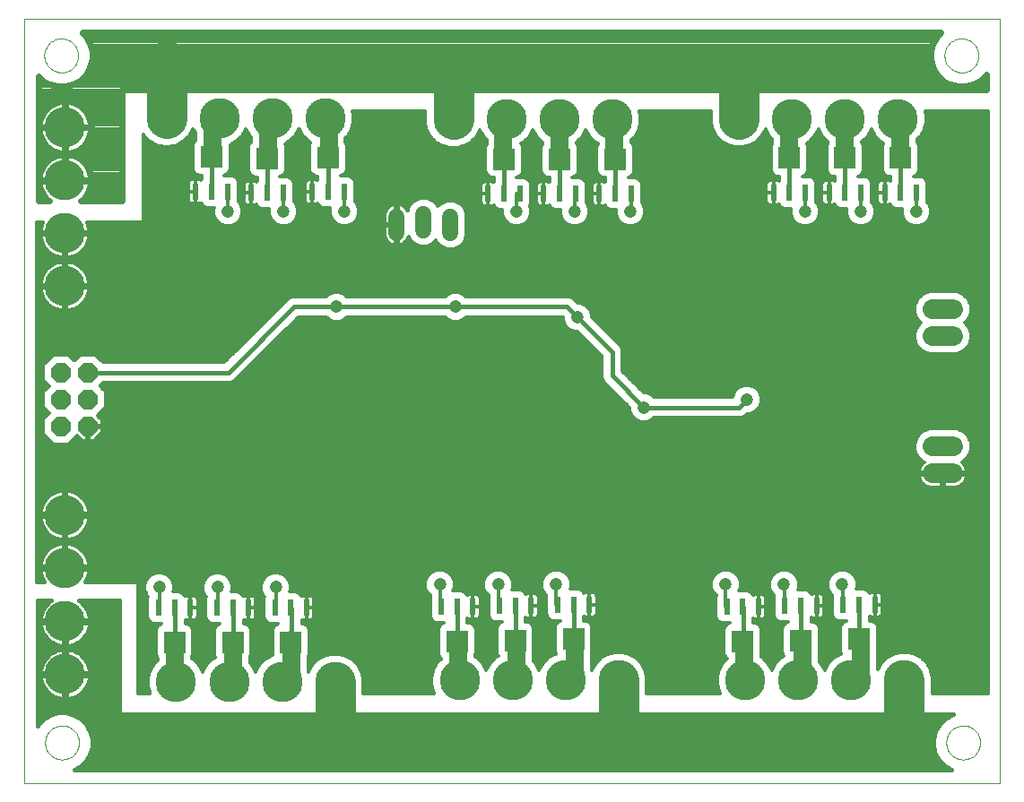
<source format=gbl>
G75*
G70*
%OFA0B0*%
%FSLAX24Y24*%
%IPPOS*%
%LPD*%
%AMOC8*
5,1,8,0,0,1.08239X$1,22.5*
%
%ADD10C,0.0000*%
%ADD11R,0.0228X0.0600*%
%ADD12R,0.0787X0.0787*%
%ADD13C,0.1500*%
%ADD14OC8,0.0740*%
%ADD15C,0.0600*%
%ADD16C,0.0740*%
%ADD17C,0.0475*%
%ADD18C,0.0120*%
%ADD19C,0.0160*%
%ADD20C,0.0660*%
%ADD21C,0.1500*%
%ADD22C,0.0240*%
D10*
X000326Y000188D02*
X000326Y028617D01*
X036598Y028617D01*
X036598Y000188D01*
X000326Y000188D01*
X001098Y001688D02*
X001100Y001738D01*
X001106Y001788D01*
X001116Y001837D01*
X001130Y001885D01*
X001147Y001932D01*
X001168Y001977D01*
X001193Y002021D01*
X001221Y002062D01*
X001253Y002101D01*
X001287Y002138D01*
X001324Y002172D01*
X001364Y002202D01*
X001406Y002229D01*
X001450Y002253D01*
X001496Y002274D01*
X001543Y002290D01*
X001591Y002303D01*
X001641Y002312D01*
X001690Y002317D01*
X001741Y002318D01*
X001791Y002315D01*
X001840Y002308D01*
X001889Y002297D01*
X001937Y002282D01*
X001983Y002264D01*
X002028Y002242D01*
X002071Y002216D01*
X002112Y002187D01*
X002151Y002155D01*
X002187Y002120D01*
X002219Y002082D01*
X002249Y002042D01*
X002276Y001999D01*
X002299Y001955D01*
X002318Y001909D01*
X002334Y001861D01*
X002346Y001812D01*
X002354Y001763D01*
X002358Y001713D01*
X002358Y001663D01*
X002354Y001613D01*
X002346Y001564D01*
X002334Y001515D01*
X002318Y001467D01*
X002299Y001421D01*
X002276Y001377D01*
X002249Y001334D01*
X002219Y001294D01*
X002187Y001256D01*
X002151Y001221D01*
X002112Y001189D01*
X002071Y001160D01*
X002028Y001134D01*
X001983Y001112D01*
X001937Y001094D01*
X001889Y001079D01*
X001840Y001068D01*
X001791Y001061D01*
X001741Y001058D01*
X001690Y001059D01*
X001641Y001064D01*
X001591Y001073D01*
X001543Y001086D01*
X001496Y001102D01*
X001450Y001123D01*
X001406Y001147D01*
X001364Y001174D01*
X001324Y001204D01*
X001287Y001238D01*
X001253Y001275D01*
X001221Y001314D01*
X001193Y001355D01*
X001168Y001399D01*
X001147Y001444D01*
X001130Y001491D01*
X001116Y001539D01*
X001106Y001588D01*
X001100Y001638D01*
X001098Y001688D01*
X001066Y027247D02*
X001068Y027297D01*
X001074Y027347D01*
X001084Y027396D01*
X001098Y027444D01*
X001115Y027491D01*
X001136Y027536D01*
X001161Y027580D01*
X001189Y027621D01*
X001221Y027660D01*
X001255Y027697D01*
X001292Y027731D01*
X001332Y027761D01*
X001374Y027788D01*
X001418Y027812D01*
X001464Y027833D01*
X001511Y027849D01*
X001559Y027862D01*
X001609Y027871D01*
X001658Y027876D01*
X001709Y027877D01*
X001759Y027874D01*
X001808Y027867D01*
X001857Y027856D01*
X001905Y027841D01*
X001951Y027823D01*
X001996Y027801D01*
X002039Y027775D01*
X002080Y027746D01*
X002119Y027714D01*
X002155Y027679D01*
X002187Y027641D01*
X002217Y027601D01*
X002244Y027558D01*
X002267Y027514D01*
X002286Y027468D01*
X002302Y027420D01*
X002314Y027371D01*
X002322Y027322D01*
X002326Y027272D01*
X002326Y027222D01*
X002322Y027172D01*
X002314Y027123D01*
X002302Y027074D01*
X002286Y027026D01*
X002267Y026980D01*
X002244Y026936D01*
X002217Y026893D01*
X002187Y026853D01*
X002155Y026815D01*
X002119Y026780D01*
X002080Y026748D01*
X002039Y026719D01*
X001996Y026693D01*
X001951Y026671D01*
X001905Y026653D01*
X001857Y026638D01*
X001808Y026627D01*
X001759Y026620D01*
X001709Y026617D01*
X001658Y026618D01*
X001609Y026623D01*
X001559Y026632D01*
X001511Y026645D01*
X001464Y026661D01*
X001418Y026682D01*
X001374Y026706D01*
X001332Y026733D01*
X001292Y026763D01*
X001255Y026797D01*
X001221Y026834D01*
X001189Y026873D01*
X001161Y026914D01*
X001136Y026958D01*
X001115Y027003D01*
X001098Y027050D01*
X001084Y027098D01*
X001074Y027147D01*
X001068Y027197D01*
X001066Y027247D01*
X034531Y027247D02*
X034533Y027297D01*
X034539Y027347D01*
X034549Y027396D01*
X034563Y027444D01*
X034580Y027491D01*
X034601Y027536D01*
X034626Y027580D01*
X034654Y027621D01*
X034686Y027660D01*
X034720Y027697D01*
X034757Y027731D01*
X034797Y027761D01*
X034839Y027788D01*
X034883Y027812D01*
X034929Y027833D01*
X034976Y027849D01*
X035024Y027862D01*
X035074Y027871D01*
X035123Y027876D01*
X035174Y027877D01*
X035224Y027874D01*
X035273Y027867D01*
X035322Y027856D01*
X035370Y027841D01*
X035416Y027823D01*
X035461Y027801D01*
X035504Y027775D01*
X035545Y027746D01*
X035584Y027714D01*
X035620Y027679D01*
X035652Y027641D01*
X035682Y027601D01*
X035709Y027558D01*
X035732Y027514D01*
X035751Y027468D01*
X035767Y027420D01*
X035779Y027371D01*
X035787Y027322D01*
X035791Y027272D01*
X035791Y027222D01*
X035787Y027172D01*
X035779Y027123D01*
X035767Y027074D01*
X035751Y027026D01*
X035732Y026980D01*
X035709Y026936D01*
X035682Y026893D01*
X035652Y026853D01*
X035620Y026815D01*
X035584Y026780D01*
X035545Y026748D01*
X035504Y026719D01*
X035461Y026693D01*
X035416Y026671D01*
X035370Y026653D01*
X035322Y026638D01*
X035273Y026627D01*
X035224Y026620D01*
X035174Y026617D01*
X035123Y026618D01*
X035074Y026623D01*
X035024Y026632D01*
X034976Y026645D01*
X034929Y026661D01*
X034883Y026682D01*
X034839Y026706D01*
X034797Y026733D01*
X034757Y026763D01*
X034720Y026797D01*
X034686Y026834D01*
X034654Y026873D01*
X034626Y026914D01*
X034601Y026958D01*
X034580Y027003D01*
X034563Y027050D01*
X034549Y027098D01*
X034539Y027147D01*
X034533Y027197D01*
X034531Y027247D01*
X034598Y001688D02*
X034600Y001738D01*
X034606Y001788D01*
X034616Y001837D01*
X034630Y001885D01*
X034647Y001932D01*
X034668Y001977D01*
X034693Y002021D01*
X034721Y002062D01*
X034753Y002101D01*
X034787Y002138D01*
X034824Y002172D01*
X034864Y002202D01*
X034906Y002229D01*
X034950Y002253D01*
X034996Y002274D01*
X035043Y002290D01*
X035091Y002303D01*
X035141Y002312D01*
X035190Y002317D01*
X035241Y002318D01*
X035291Y002315D01*
X035340Y002308D01*
X035389Y002297D01*
X035437Y002282D01*
X035483Y002264D01*
X035528Y002242D01*
X035571Y002216D01*
X035612Y002187D01*
X035651Y002155D01*
X035687Y002120D01*
X035719Y002082D01*
X035749Y002042D01*
X035776Y001999D01*
X035799Y001955D01*
X035818Y001909D01*
X035834Y001861D01*
X035846Y001812D01*
X035854Y001763D01*
X035858Y001713D01*
X035858Y001663D01*
X035854Y001613D01*
X035846Y001564D01*
X035834Y001515D01*
X035818Y001467D01*
X035799Y001421D01*
X035776Y001377D01*
X035749Y001334D01*
X035719Y001294D01*
X035687Y001256D01*
X035651Y001221D01*
X035612Y001189D01*
X035571Y001160D01*
X035528Y001134D01*
X035483Y001112D01*
X035437Y001094D01*
X035389Y001079D01*
X035340Y001068D01*
X035291Y001061D01*
X035241Y001058D01*
X035190Y001059D01*
X035141Y001064D01*
X035091Y001073D01*
X035043Y001086D01*
X034996Y001102D01*
X034950Y001123D01*
X034906Y001147D01*
X034864Y001174D01*
X034824Y001204D01*
X034787Y001238D01*
X034753Y001275D01*
X034721Y001314D01*
X034693Y001355D01*
X034668Y001399D01*
X034647Y001444D01*
X034630Y001491D01*
X034616Y001539D01*
X034606Y001588D01*
X034600Y001638D01*
X034598Y001688D01*
D11*
X031948Y006814D03*
X031358Y006814D03*
X030767Y006814D03*
X029783Y006774D03*
X029192Y006774D03*
X028602Y006774D03*
X027618Y006735D03*
X027027Y006735D03*
X026437Y006735D03*
X021330Y006814D03*
X020740Y006814D03*
X020149Y006814D03*
X019165Y006774D03*
X018574Y006774D03*
X017984Y006774D03*
X017000Y006735D03*
X016409Y006735D03*
X015818Y006735D03*
X010826Y006700D03*
X010235Y006700D03*
X009645Y006700D03*
X008660Y006700D03*
X008070Y006700D03*
X007479Y006700D03*
X006496Y006700D03*
X005905Y006700D03*
X005314Y006700D03*
X006692Y022188D03*
X007283Y022188D03*
X007874Y022188D03*
X008759Y022129D03*
X009350Y022129D03*
X009940Y022129D03*
X011023Y022168D03*
X011614Y022168D03*
X012204Y022168D03*
X017567Y022105D03*
X018157Y022105D03*
X018748Y022105D03*
X019633Y022104D03*
X020224Y022104D03*
X020814Y022104D03*
X021701Y022105D03*
X022291Y022105D03*
X022882Y022105D03*
X028173Y022145D03*
X028763Y022145D03*
X029354Y022145D03*
X030240Y022145D03*
X030830Y022145D03*
X031421Y022145D03*
X032307Y022145D03*
X032897Y022145D03*
X033488Y022145D03*
D12*
X032897Y023428D03*
X030830Y023428D03*
X028763Y023428D03*
X022291Y023389D03*
X020224Y023388D03*
X018157Y023389D03*
X011614Y023452D03*
X009350Y023412D03*
X007283Y023471D03*
X018574Y005491D03*
X016409Y005452D03*
X020740Y005530D03*
X027027Y005452D03*
X029192Y005491D03*
X031358Y005530D03*
X010235Y005417D03*
X008070Y005417D03*
X005905Y005416D03*
D13*
X005968Y003940D03*
X007937Y003940D03*
X009905Y003940D03*
X011874Y003940D03*
X016507Y003999D03*
X018476Y003999D03*
X020444Y003999D03*
X022413Y003999D03*
X027126Y003999D03*
X029094Y003999D03*
X031063Y003999D03*
X033031Y003999D03*
X032799Y024885D03*
X030830Y024885D03*
X028862Y024885D03*
X026893Y024885D03*
X022181Y024865D03*
X020212Y024865D03*
X018244Y024865D03*
X016275Y024865D03*
X011515Y024904D03*
X009547Y024904D03*
X007578Y024904D03*
X005610Y024904D03*
X001834Y024570D03*
X001834Y022601D03*
X001834Y020633D03*
X001834Y018664D03*
X001834Y010141D03*
X001834Y008172D03*
X001834Y006204D03*
X001834Y004235D03*
D14*
X001689Y013452D03*
X002689Y013452D03*
X002689Y014452D03*
X002689Y015452D03*
X001689Y015452D03*
X001689Y014452D03*
D15*
X014165Y020648D02*
X014165Y021248D01*
X015165Y021348D02*
X015165Y020748D01*
X016165Y020648D02*
X016165Y021248D01*
D16*
X034102Y017798D02*
X034842Y017798D01*
X034842Y016798D02*
X034102Y016798D01*
X034102Y012696D02*
X034842Y012696D01*
X034842Y011696D02*
X034102Y011696D01*
D17*
X035063Y010023D03*
X034767Y007562D03*
X031913Y009924D03*
X030732Y007562D03*
X028566Y007562D03*
X026401Y007562D03*
X024137Y007365D03*
X023547Y009137D03*
X021381Y011302D03*
X019807Y010219D03*
X019118Y012286D03*
X017838Y014255D03*
X015968Y016223D03*
X016362Y017897D03*
X016362Y018979D03*
X013803Y018487D03*
X011933Y017897D03*
X008783Y018487D03*
X005830Y018487D03*
X005830Y020652D03*
X005535Y022227D03*
X007897Y021440D03*
X009964Y021440D03*
X012228Y021440D03*
X013901Y024097D03*
X018626Y021440D03*
X020791Y021440D03*
X022858Y021440D03*
X024728Y023408D03*
X026106Y020751D03*
X029354Y021440D03*
X031421Y021440D03*
X033488Y021440D03*
X035063Y020751D03*
X031618Y018389D03*
X029551Y019176D03*
X026893Y017503D03*
X026007Y016420D03*
X024433Y017503D03*
X023744Y016026D03*
X022267Y017503D03*
X020889Y017503D03*
X019905Y016223D03*
X023350Y014156D03*
X023251Y013271D03*
X025122Y013467D03*
X027189Y014452D03*
X029157Y014452D03*
X032011Y014452D03*
X033488Y015830D03*
X035161Y014550D03*
X027484Y010219D03*
X024925Y005003D03*
X020102Y007562D03*
X017937Y007562D03*
X015771Y007562D03*
X013507Y006774D03*
X014098Y004609D03*
X009669Y007463D03*
X007503Y007463D03*
X005338Y007463D03*
X006027Y009432D03*
X007011Y011893D03*
X008881Y013763D03*
X006814Y014452D03*
X004748Y016026D03*
X004157Y014747D03*
X012326Y013566D03*
X013015Y014550D03*
X015968Y012188D03*
X012622Y011893D03*
X034964Y023900D03*
X035358Y004314D03*
D18*
X036138Y004309D02*
X034035Y004309D01*
X034009Y004404D02*
X034081Y004137D01*
X034081Y003526D01*
X036138Y003526D01*
X036138Y025180D01*
X033807Y025180D01*
X033849Y025023D01*
X033849Y024746D01*
X033777Y024479D01*
X033639Y024240D01*
X033527Y024128D01*
X033527Y024010D01*
X033545Y023992D01*
X033591Y023881D01*
X033591Y022975D01*
X033545Y022864D01*
X033461Y022780D01*
X033375Y022745D01*
X033662Y022745D01*
X033772Y022699D01*
X033856Y022615D01*
X033902Y022504D01*
X033902Y021786D01*
X033943Y021744D01*
X034025Y021547D01*
X034025Y021333D01*
X033943Y021135D01*
X033792Y020984D01*
X033595Y020902D01*
X033381Y020902D01*
X033183Y020984D01*
X033032Y021135D01*
X032950Y021333D01*
X032950Y021545D01*
X032723Y021545D01*
X032613Y021590D01*
X032529Y021675D01*
X032513Y021713D01*
X032483Y021695D01*
X032442Y021685D01*
X032307Y021685D01*
X032307Y022145D01*
X032307Y022145D01*
X032307Y022605D01*
X032442Y022605D01*
X032483Y022594D01*
X032513Y022576D01*
X032517Y022587D01*
X032517Y022734D01*
X032444Y022734D01*
X032334Y022780D01*
X032249Y022864D01*
X032203Y022975D01*
X032203Y023881D01*
X032248Y023990D01*
X032154Y024045D01*
X031959Y024240D01*
X031820Y024479D01*
X031814Y024501D01*
X031809Y024479D01*
X031670Y024240D01*
X031475Y024045D01*
X031460Y024036D01*
X031460Y024010D01*
X031478Y023992D01*
X031524Y023881D01*
X031524Y022975D01*
X031478Y022864D01*
X031394Y022780D01*
X031308Y022745D01*
X031595Y022745D01*
X031705Y022699D01*
X031789Y022615D01*
X031835Y022504D01*
X031835Y021786D01*
X031876Y021744D01*
X031958Y021547D01*
X031958Y021333D01*
X031876Y021135D01*
X031725Y020984D01*
X031528Y020902D01*
X031314Y020902D01*
X031116Y020984D01*
X030965Y021135D01*
X030883Y021333D01*
X030883Y021545D01*
X030656Y021545D01*
X030546Y021590D01*
X030462Y021675D01*
X030446Y021713D01*
X030416Y021695D01*
X030375Y021685D01*
X030240Y021685D01*
X030240Y022145D01*
X030240Y022145D01*
X030240Y022605D01*
X030375Y022605D01*
X030416Y022594D01*
X030446Y022576D01*
X030450Y022587D01*
X030450Y022734D01*
X030377Y022734D01*
X030267Y022780D01*
X030182Y022864D01*
X030137Y022975D01*
X030137Y023881D01*
X030182Y023992D01*
X030200Y024010D01*
X030200Y024036D01*
X030186Y024045D01*
X029990Y024240D01*
X029852Y024479D01*
X029846Y024501D01*
X029840Y024479D01*
X029702Y024240D01*
X029506Y024045D01*
X029412Y023990D01*
X029457Y023881D01*
X029457Y022975D01*
X029411Y022864D01*
X029327Y022780D01*
X029241Y022745D01*
X029528Y022745D01*
X029638Y022699D01*
X029722Y022615D01*
X029768Y022504D01*
X029768Y021786D01*
X029810Y021744D01*
X029891Y021547D01*
X029891Y021333D01*
X029810Y021135D01*
X029658Y020984D01*
X029461Y020902D01*
X029247Y020902D01*
X029049Y020984D01*
X028898Y021135D01*
X028816Y021333D01*
X028816Y021545D01*
X028589Y021545D01*
X028479Y021590D01*
X028395Y021675D01*
X028379Y021713D01*
X028349Y021695D01*
X028308Y021685D01*
X028173Y021685D01*
X028173Y022145D01*
X028173Y022145D01*
X028173Y022605D01*
X028308Y022605D01*
X028349Y022594D01*
X028379Y022576D01*
X028383Y022587D01*
X028383Y022734D01*
X028310Y022734D01*
X028200Y022780D01*
X028115Y022864D01*
X028070Y022975D01*
X028070Y023881D01*
X028115Y023992D01*
X028133Y024010D01*
X028133Y024128D01*
X028022Y024240D01*
X027883Y024479D01*
X027877Y024501D01*
X027872Y024479D01*
X027733Y024240D01*
X027538Y024045D01*
X027299Y023906D01*
X027031Y023835D01*
X026755Y023835D01*
X026488Y023906D01*
X026249Y024045D01*
X026053Y024240D01*
X025915Y024479D01*
X025843Y024746D01*
X025843Y025180D01*
X023183Y025180D01*
X023231Y025003D01*
X023231Y024727D01*
X023159Y024460D01*
X023021Y024220D01*
X022897Y024097D01*
X022897Y023994D01*
X022939Y023952D01*
X022985Y023842D01*
X022985Y022935D01*
X022939Y022825D01*
X022855Y022741D01*
X022769Y022705D01*
X023056Y022705D01*
X023166Y022659D01*
X023250Y022575D01*
X023296Y022465D01*
X023296Y021762D01*
X023313Y021744D01*
X023395Y021547D01*
X023395Y021333D01*
X023313Y021135D01*
X023162Y020984D01*
X022965Y020902D01*
X022751Y020902D01*
X022553Y020984D01*
X022402Y021135D01*
X022320Y021333D01*
X022320Y021505D01*
X022117Y021505D01*
X022007Y021551D01*
X021923Y021635D01*
X021907Y021674D01*
X021877Y021656D01*
X021836Y021645D01*
X021701Y021645D01*
X021701Y022105D01*
X021701Y022105D01*
X021701Y022105D01*
X021701Y022565D01*
X021836Y022565D01*
X021877Y022554D01*
X021907Y022537D01*
X021911Y022547D01*
X021911Y022695D01*
X021838Y022695D01*
X021728Y022741D01*
X021643Y022825D01*
X021597Y022935D01*
X021597Y023842D01*
X021637Y023938D01*
X021637Y023966D01*
X021536Y024025D01*
X021340Y024220D01*
X021202Y024460D01*
X021196Y024481D01*
X021191Y024460D01*
X021052Y024220D01*
X020857Y024025D01*
X020842Y024016D01*
X020842Y023981D01*
X020872Y023952D01*
X020917Y023841D01*
X020917Y022935D01*
X020872Y022824D01*
X020787Y022740D01*
X020702Y022704D01*
X020988Y022704D01*
X021098Y022659D01*
X021183Y022574D01*
X021228Y022464D01*
X021228Y021762D01*
X021247Y021744D01*
X021328Y021547D01*
X021328Y021333D01*
X021247Y021135D01*
X021095Y020984D01*
X020898Y020902D01*
X020684Y020902D01*
X020486Y020984D01*
X020335Y021135D01*
X020253Y021333D01*
X020253Y021504D01*
X020050Y021504D01*
X019940Y021550D01*
X019855Y021635D01*
X019839Y021673D01*
X019809Y021655D01*
X019768Y021644D01*
X019633Y021644D01*
X019633Y022104D01*
X019633Y022104D01*
X019633Y021644D01*
X019498Y021644D01*
X019457Y021655D01*
X019421Y021676D01*
X019391Y021706D01*
X019370Y021743D01*
X019359Y021783D01*
X019359Y022104D01*
X019633Y022104D01*
X019633Y022104D01*
X019359Y022104D01*
X019359Y022426D01*
X019370Y022466D01*
X019391Y022503D01*
X019421Y022532D01*
X019457Y022554D01*
X019498Y022564D01*
X019633Y022564D01*
X019633Y022104D01*
X019633Y022104D01*
X019633Y022564D01*
X019768Y022564D01*
X019809Y022554D01*
X019839Y022536D01*
X019844Y022547D01*
X019844Y022694D01*
X019770Y022694D01*
X019660Y022740D01*
X019576Y022824D01*
X019530Y022935D01*
X019530Y023841D01*
X019576Y023952D01*
X019582Y023958D01*
X019582Y024016D01*
X019567Y024025D01*
X019372Y024220D01*
X019234Y024460D01*
X019228Y024481D01*
X019222Y024460D01*
X019084Y024220D01*
X018888Y024025D01*
X018790Y023968D01*
X018805Y023952D01*
X018851Y023842D01*
X018851Y022935D01*
X018805Y022825D01*
X018721Y022741D01*
X018635Y022705D01*
X018922Y022705D01*
X019032Y022659D01*
X019116Y022575D01*
X019162Y022465D01*
X019162Y021745D01*
X019121Y021647D01*
X019163Y021547D01*
X019163Y021333D01*
X019081Y021135D01*
X018930Y020984D01*
X018732Y020902D01*
X018519Y020902D01*
X018321Y020984D01*
X018170Y021135D01*
X018088Y021333D01*
X018088Y021505D01*
X017984Y021505D01*
X017873Y021551D01*
X017789Y021635D01*
X017773Y021673D01*
X017743Y021656D01*
X017702Y021645D01*
X017567Y021645D01*
X017567Y022105D01*
X017567Y022105D01*
X017567Y022105D01*
X017567Y022565D01*
X017702Y022565D01*
X017743Y022554D01*
X017773Y022537D01*
X017777Y022547D01*
X017777Y022695D01*
X017704Y022695D01*
X017594Y022741D01*
X017509Y022825D01*
X017464Y022935D01*
X017464Y023842D01*
X017503Y023938D01*
X017503Y024120D01*
X017403Y024220D01*
X017265Y024460D01*
X017259Y024481D01*
X017254Y024460D01*
X017115Y024220D01*
X016920Y024025D01*
X016680Y023887D01*
X016413Y023815D01*
X016137Y023815D01*
X015870Y023887D01*
X015630Y024025D01*
X015435Y024220D01*
X015297Y024460D01*
X015225Y024727D01*
X015225Y025180D01*
X012528Y025180D01*
X012565Y025043D01*
X012565Y024766D01*
X012494Y024499D01*
X012355Y024260D01*
X012267Y024172D01*
X012267Y024002D01*
X012307Y023905D01*
X012307Y022998D01*
X012262Y022888D01*
X012177Y022804D01*
X012092Y022768D01*
X012378Y022768D01*
X012488Y022723D01*
X012573Y022638D01*
X012618Y022528D01*
X012618Y021809D01*
X012684Y021744D01*
X012765Y021547D01*
X012765Y021333D01*
X012684Y021135D01*
X012532Y020984D01*
X012335Y020902D01*
X012121Y020902D01*
X011923Y020984D01*
X011772Y021135D01*
X011690Y021333D01*
X011690Y021547D01*
X011699Y021568D01*
X011440Y021568D01*
X011330Y021614D01*
X011245Y021698D01*
X011229Y021737D01*
X011199Y021719D01*
X011158Y021708D01*
X011023Y021708D01*
X011023Y022168D01*
X011023Y022168D01*
X010749Y022168D01*
X010749Y021847D01*
X010760Y021806D01*
X010781Y021770D01*
X010811Y021740D01*
X010847Y021719D01*
X010888Y021708D01*
X011023Y021708D01*
X011023Y022168D01*
X011023Y022168D01*
X010749Y022168D01*
X010749Y022489D01*
X010760Y022530D01*
X010781Y022566D01*
X010811Y022596D01*
X010847Y022617D01*
X010888Y022628D01*
X011023Y022628D01*
X011023Y022168D01*
X011023Y022168D01*
X011023Y022628D01*
X011158Y022628D01*
X011199Y022617D01*
X011229Y022600D01*
X011234Y022610D01*
X011234Y022758D01*
X011160Y022758D01*
X011050Y022804D01*
X010966Y022888D01*
X010920Y022998D01*
X010920Y023905D01*
X010964Y024010D01*
X010871Y024064D01*
X010675Y024260D01*
X010537Y024499D01*
X010531Y024521D01*
X010525Y024499D01*
X010387Y024260D01*
X010191Y024064D01*
X010006Y023957D01*
X010044Y023866D01*
X010044Y022959D01*
X009998Y022849D01*
X009914Y022764D01*
X009828Y022729D01*
X010114Y022729D01*
X010225Y022683D01*
X010309Y022599D01*
X010355Y022488D01*
X010355Y021809D01*
X010420Y021744D01*
X010502Y021547D01*
X010502Y021333D01*
X010420Y021135D01*
X010269Y020984D01*
X010071Y020902D01*
X009857Y020902D01*
X009660Y020984D01*
X009508Y021135D01*
X009427Y021333D01*
X009427Y021529D01*
X009176Y021529D01*
X009066Y021574D01*
X008981Y021659D01*
X008966Y021697D01*
X008935Y021680D01*
X008895Y021669D01*
X008759Y021669D01*
X008759Y022129D01*
X008759Y022129D01*
X008485Y022129D01*
X008485Y022450D01*
X008496Y022491D01*
X008517Y022527D01*
X008547Y022557D01*
X008583Y022578D01*
X008624Y022589D01*
X008759Y022589D01*
X008759Y022129D01*
X008759Y022129D01*
X008485Y022129D01*
X008485Y021808D01*
X008496Y021767D01*
X008517Y021731D01*
X008547Y021701D01*
X008583Y021680D01*
X008624Y021669D01*
X008759Y021669D01*
X008759Y022129D01*
X008759Y022129D01*
X008759Y022589D01*
X008895Y022589D01*
X008935Y022578D01*
X008966Y022560D01*
X008970Y022571D01*
X008970Y022719D01*
X008897Y022719D01*
X008786Y022764D01*
X008702Y022849D01*
X008656Y022959D01*
X008656Y023866D01*
X008702Y023976D01*
X008744Y024018D01*
X008744Y024223D01*
X008707Y024260D01*
X008568Y024499D01*
X008563Y024521D01*
X008557Y024499D01*
X008418Y024260D01*
X008223Y024064D01*
X007984Y023926D01*
X007977Y023924D01*
X007977Y023018D01*
X007931Y022908D01*
X007847Y022823D01*
X007761Y022788D01*
X008047Y022788D01*
X008158Y022742D01*
X008242Y022658D01*
X008288Y022548D01*
X008288Y021828D01*
X008282Y021815D01*
X008353Y021744D01*
X008435Y021547D01*
X008435Y021333D01*
X008353Y021135D01*
X008202Y020984D01*
X008004Y020902D01*
X007790Y020902D01*
X007593Y020984D01*
X007442Y021135D01*
X007360Y021333D01*
X007360Y021547D01*
X007377Y021588D01*
X007109Y021588D01*
X006999Y021634D01*
X006914Y021718D01*
X006899Y021756D01*
X006868Y021739D01*
X006828Y021728D01*
X006692Y021728D01*
X006692Y022188D01*
X006692Y022188D01*
X006418Y022188D01*
X006418Y022509D01*
X006429Y022550D01*
X006450Y022586D01*
X006480Y022616D01*
X006517Y022637D01*
X006557Y022648D01*
X006692Y022648D01*
X006692Y022188D01*
X006418Y022188D01*
X006418Y021867D01*
X006429Y021826D01*
X006450Y021790D01*
X006480Y021760D01*
X006517Y021739D01*
X006557Y021728D01*
X006692Y021728D01*
X006692Y022188D01*
X006692Y022188D01*
X006692Y022188D01*
X006692Y022648D01*
X006828Y022648D01*
X006868Y022637D01*
X006899Y022620D01*
X006903Y022630D01*
X006903Y022778D01*
X006830Y022778D01*
X006719Y022823D01*
X006635Y022908D01*
X006589Y023018D01*
X006589Y023925D01*
X006635Y024035D01*
X006677Y024077D01*
X006677Y024366D01*
X006600Y024499D01*
X006594Y024521D01*
X006588Y024499D01*
X006450Y024260D01*
X006254Y024064D01*
X006015Y023926D01*
X005748Y023854D01*
X005472Y023854D01*
X005204Y023926D01*
X004965Y024064D01*
X004770Y024260D01*
X004748Y024298D01*
X004748Y021046D01*
X002646Y021046D01*
X002652Y021036D01*
X002698Y020926D01*
X002729Y020811D01*
X002744Y020693D01*
X001894Y020693D01*
X001894Y020573D01*
X002744Y020573D01*
X002729Y020455D01*
X002698Y020340D01*
X002652Y020229D01*
X002592Y020126D01*
X002520Y020031D01*
X002435Y019947D01*
X002341Y019874D01*
X002238Y019815D01*
X002127Y019769D01*
X002012Y019738D01*
X001894Y019723D01*
X001894Y020573D01*
X001774Y020573D01*
X000924Y020573D01*
X000940Y020455D01*
X000971Y020340D01*
X001016Y020229D01*
X001076Y020126D01*
X001149Y020031D01*
X001233Y019947D01*
X001328Y019874D01*
X001431Y019815D01*
X001541Y019769D01*
X001656Y019738D01*
X001774Y019723D01*
X001774Y020573D01*
X001774Y020693D01*
X000924Y020693D01*
X000940Y020811D01*
X000971Y020926D01*
X001016Y021036D01*
X001022Y021046D01*
X000786Y021046D01*
X000786Y007660D01*
X001080Y007660D01*
X001076Y007665D01*
X001016Y007769D01*
X000971Y007879D01*
X000940Y007994D01*
X000924Y008112D01*
X001774Y008112D01*
X001774Y008232D01*
X000924Y008232D01*
X000940Y008350D01*
X000971Y008465D01*
X001016Y008575D01*
X000786Y008575D01*
X000786Y008457D02*
X000968Y008457D01*
X000938Y008338D02*
X000786Y008338D01*
X000786Y008220D02*
X001774Y008220D01*
X001774Y008232D02*
X001774Y009082D01*
X001656Y009067D01*
X001541Y009036D01*
X001431Y008990D01*
X001328Y008930D01*
X001233Y008858D01*
X001149Y008773D01*
X001076Y008679D01*
X001016Y008575D01*
X001088Y008694D02*
X000786Y008694D01*
X000786Y008812D02*
X001188Y008812D01*
X001328Y008931D02*
X000786Y008931D01*
X000786Y009049D02*
X001592Y009049D01*
X001774Y009049D02*
X001894Y009049D01*
X001894Y009082D02*
X001894Y008232D01*
X001774Y008232D01*
X001774Y008338D02*
X001894Y008338D01*
X001894Y008232D02*
X002744Y008232D01*
X002729Y008350D01*
X002698Y008465D01*
X002652Y008575D01*
X036138Y008575D01*
X036138Y008457D02*
X002700Y008457D01*
X002730Y008338D02*
X036138Y008338D01*
X036138Y008220D02*
X001894Y008220D01*
X001894Y008232D02*
X001894Y008112D01*
X002744Y008112D01*
X002729Y007994D01*
X002698Y007879D01*
X002652Y007769D01*
X002592Y007665D01*
X002588Y007660D01*
X004551Y007660D01*
X004551Y003526D01*
X004994Y003526D01*
X004990Y003535D01*
X004918Y003802D01*
X004918Y004078D01*
X004990Y004345D01*
X005128Y004585D01*
X005299Y004755D01*
X005299Y004811D01*
X005257Y004853D01*
X005211Y004963D01*
X005211Y005870D01*
X005257Y005980D01*
X005341Y006064D01*
X005427Y006100D01*
X005141Y006100D01*
X005030Y006145D01*
X004946Y006230D01*
X004900Y006340D01*
X004900Y007059D01*
X004924Y007117D01*
X004882Y007159D01*
X004801Y007357D01*
X004801Y007570D01*
X004882Y007768D01*
X005034Y007919D01*
X005231Y008001D01*
X005445Y008001D01*
X005643Y007919D01*
X005794Y007768D01*
X005876Y007570D01*
X005876Y007357D01*
X005852Y007300D01*
X006079Y007300D01*
X006189Y007254D01*
X006274Y007170D01*
X006289Y007131D01*
X006320Y007149D01*
X006360Y007160D01*
X006496Y007160D01*
X006496Y006700D01*
X006770Y006700D01*
X006770Y007021D01*
X006759Y007061D01*
X006738Y007098D01*
X006708Y007128D01*
X006672Y007149D01*
X006631Y007160D01*
X006496Y007160D01*
X006496Y006700D01*
X006496Y006700D01*
X006496Y006700D01*
X006770Y006700D01*
X006770Y006379D01*
X006759Y006338D01*
X006738Y006301D01*
X006708Y006272D01*
X006672Y006251D01*
X006631Y006240D01*
X006496Y006240D01*
X006496Y006700D01*
X006496Y006700D01*
X006496Y006240D01*
X006360Y006240D01*
X006320Y006251D01*
X006309Y006257D01*
X006309Y006110D01*
X006358Y006110D01*
X006469Y006064D01*
X006553Y005980D01*
X006599Y005870D01*
X006599Y004963D01*
X006559Y004866D01*
X006559Y004811D01*
X006613Y004780D01*
X006808Y004585D01*
X006946Y004345D01*
X006952Y004323D01*
X006958Y004345D01*
X007096Y004585D01*
X007292Y004780D01*
X007421Y004855D01*
X007376Y004963D01*
X007376Y005870D01*
X007422Y005980D01*
X007506Y006065D01*
X007592Y006100D01*
X007306Y006100D01*
X007195Y006146D01*
X007111Y006230D01*
X007065Y006340D01*
X007065Y007060D01*
X007089Y007118D01*
X007048Y007159D01*
X006966Y007357D01*
X006966Y007570D01*
X007048Y007768D01*
X007199Y007919D01*
X007397Y008001D01*
X007610Y008001D01*
X007808Y007919D01*
X007959Y007768D01*
X008041Y007570D01*
X008041Y007357D01*
X008018Y007300D01*
X008244Y007300D01*
X008354Y007254D01*
X008438Y007170D01*
X008454Y007132D01*
X008485Y007149D01*
X008525Y007160D01*
X008660Y007160D01*
X008660Y006700D01*
X008660Y006700D01*
X008660Y006240D01*
X008525Y006240D01*
X008485Y006251D01*
X008474Y006257D01*
X008474Y006110D01*
X008523Y006110D01*
X008634Y006065D01*
X008718Y005980D01*
X008764Y005870D01*
X008764Y004963D01*
X008724Y004868D01*
X008724Y004637D01*
X008777Y004585D01*
X008915Y004345D01*
X008921Y004323D01*
X008927Y004345D01*
X009065Y004585D01*
X009260Y004780D01*
X009500Y004918D01*
X009554Y004933D01*
X009541Y004963D01*
X009541Y005870D01*
X009587Y005980D01*
X009672Y006065D01*
X009757Y006100D01*
X009471Y006100D01*
X009360Y006146D01*
X009276Y006230D01*
X009230Y006340D01*
X009230Y007060D01*
X009254Y007118D01*
X009213Y007159D01*
X009131Y007357D01*
X009131Y007570D01*
X009213Y007768D01*
X009364Y007919D01*
X009562Y008001D01*
X009776Y008001D01*
X009973Y007919D01*
X010124Y007768D01*
X010206Y007570D01*
X010206Y007357D01*
X010183Y007300D01*
X010409Y007300D01*
X010519Y007254D01*
X010604Y007170D01*
X010620Y007132D01*
X010650Y007149D01*
X010690Y007160D01*
X010826Y007160D01*
X010826Y006700D01*
X011100Y006700D01*
X011100Y007021D01*
X011089Y007062D01*
X011068Y007098D01*
X011038Y007128D01*
X011002Y007149D01*
X010961Y007160D01*
X010826Y007160D01*
X010826Y006700D01*
X010826Y006700D01*
X011100Y006700D01*
X011100Y006379D01*
X011089Y006338D01*
X011068Y006302D01*
X011038Y006272D01*
X011002Y006251D01*
X010961Y006240D01*
X010826Y006240D01*
X010826Y006700D01*
X010826Y006700D01*
X010826Y006700D01*
X010826Y006240D01*
X010690Y006240D01*
X010650Y006251D01*
X010639Y006257D01*
X010639Y006110D01*
X010689Y006110D01*
X010799Y006065D01*
X010883Y005980D01*
X010929Y005870D01*
X010929Y004963D01*
X010889Y004868D01*
X010889Y004324D01*
X010895Y004345D01*
X011033Y004585D01*
X011229Y004780D01*
X011468Y004918D01*
X011735Y004990D01*
X012012Y004990D01*
X012279Y004918D01*
X012518Y004780D01*
X012714Y004585D01*
X012852Y004345D01*
X012924Y004078D01*
X012924Y003526D01*
X015568Y003526D01*
X015529Y003594D01*
X015457Y003861D01*
X015457Y004137D01*
X015529Y004404D01*
X015667Y004644D01*
X015830Y004807D01*
X015830Y004819D01*
X015761Y004888D01*
X015715Y004998D01*
X015715Y005905D01*
X015761Y006015D01*
X015845Y006100D01*
X015931Y006135D01*
X015645Y006135D01*
X015534Y006181D01*
X015450Y006265D01*
X015404Y006375D01*
X015404Y007095D01*
X015411Y007112D01*
X015411Y007162D01*
X015316Y007257D01*
X015234Y007455D01*
X015234Y007669D01*
X015316Y007866D01*
X015467Y008018D01*
X015664Y008099D01*
X015878Y008099D01*
X016076Y008018D01*
X016227Y007866D01*
X016309Y007669D01*
X016309Y007455D01*
X016259Y007335D01*
X016583Y007335D01*
X016693Y007289D01*
X016777Y007205D01*
X016793Y007167D01*
X016824Y007184D01*
X016864Y007195D01*
X017000Y007195D01*
X017000Y006735D01*
X017000Y006735D01*
X017274Y006735D01*
X017274Y006414D01*
X017263Y006373D01*
X017242Y006337D01*
X017212Y006307D01*
X017175Y006286D01*
X017135Y006275D01*
X017000Y006275D01*
X017000Y006735D01*
X017274Y006735D01*
X017274Y007056D01*
X017263Y007097D01*
X017242Y007133D01*
X017212Y007163D01*
X017175Y007184D01*
X017135Y007195D01*
X017000Y007195D01*
X017000Y006735D01*
X017000Y006735D01*
X017000Y006735D01*
X017000Y006275D01*
X016864Y006275D01*
X016824Y006286D01*
X016793Y006303D01*
X016792Y006301D01*
X016792Y006145D01*
X016862Y006145D01*
X016973Y006100D01*
X017057Y006015D01*
X017103Y005905D01*
X017103Y004998D01*
X017090Y004968D01*
X017090Y004875D01*
X017152Y004839D01*
X017348Y004644D01*
X017486Y004404D01*
X017492Y004383D01*
X017497Y004404D01*
X017636Y004644D01*
X017831Y004839D01*
X017947Y004906D01*
X017926Y004927D01*
X017881Y005038D01*
X017881Y005944D01*
X017926Y006055D01*
X018011Y006139D01*
X018096Y006174D01*
X017810Y006174D01*
X017700Y006220D01*
X017615Y006305D01*
X017570Y006415D01*
X017570Y007134D01*
X017577Y007151D01*
X017577Y007162D01*
X017481Y007257D01*
X017399Y007455D01*
X017399Y007669D01*
X017481Y007866D01*
X017632Y008018D01*
X017830Y008099D01*
X018043Y008099D01*
X018241Y008018D01*
X018392Y007866D01*
X018474Y007669D01*
X018474Y007455D01*
X018441Y007374D01*
X018748Y007374D01*
X018858Y007329D01*
X018943Y007244D01*
X018959Y007206D01*
X018989Y007224D01*
X019030Y007234D01*
X019165Y007234D01*
X019165Y006775D01*
X019165Y006775D01*
X019165Y007234D01*
X019300Y007234D01*
X019341Y007224D01*
X019377Y007203D01*
X019407Y007173D01*
X019428Y007136D01*
X019439Y007096D01*
X019439Y006774D01*
X019165Y006774D01*
X019165Y006314D01*
X019300Y006314D01*
X019341Y006325D01*
X019377Y006346D01*
X019407Y006376D01*
X019428Y006413D01*
X019439Y006453D01*
X019439Y006774D01*
X019165Y006774D01*
X019165Y006774D01*
X019165Y006314D01*
X019030Y006314D01*
X018989Y006325D01*
X018959Y006343D01*
X018951Y006325D01*
X018951Y006185D01*
X019028Y006185D01*
X019138Y006139D01*
X019222Y006055D01*
X019268Y005944D01*
X019268Y005038D01*
X019256Y005007D01*
X019256Y004704D01*
X019316Y004644D01*
X019454Y004404D01*
X019460Y004383D01*
X019466Y004404D01*
X019604Y004644D01*
X019800Y004839D01*
X020039Y004977D01*
X020082Y004989D01*
X020046Y005077D01*
X020046Y005984D01*
X020092Y006094D01*
X020176Y006178D01*
X020262Y006214D01*
X019975Y006214D01*
X019865Y006260D01*
X019781Y006344D01*
X019735Y006454D01*
X019735Y007169D01*
X019646Y007257D01*
X019564Y007455D01*
X019564Y007669D01*
X019646Y007866D01*
X019797Y008018D01*
X019995Y008099D01*
X020209Y008099D01*
X020406Y008018D01*
X020558Y007866D01*
X020639Y007669D01*
X020639Y007455D01*
X020622Y007414D01*
X020914Y007414D01*
X021024Y007368D01*
X021108Y007284D01*
X021124Y007245D01*
X021154Y007263D01*
X021195Y007274D01*
X021330Y007274D01*
X021330Y006814D01*
X021330Y006814D01*
X021330Y007274D01*
X021465Y007274D01*
X021506Y007263D01*
X021543Y007242D01*
X021572Y007212D01*
X021594Y007176D01*
X021604Y007135D01*
X021604Y006814D01*
X021330Y006814D01*
X021330Y006814D01*
X021330Y006354D01*
X021195Y006354D01*
X021154Y006365D01*
X021124Y006382D01*
X021117Y006366D01*
X021117Y006224D01*
X021193Y006224D01*
X021303Y006178D01*
X021388Y006094D01*
X021433Y005984D01*
X021433Y005077D01*
X021421Y005047D01*
X021421Y004408D01*
X021423Y004404D01*
X021429Y004383D01*
X021434Y004404D01*
X021573Y004644D01*
X021768Y004839D01*
X022008Y004977D01*
X022275Y005049D01*
X022551Y005049D01*
X022818Y004977D01*
X023058Y004839D01*
X023253Y004644D01*
X023391Y004404D01*
X023463Y004137D01*
X023463Y003526D01*
X026186Y003526D01*
X026147Y003594D01*
X026076Y003861D01*
X026076Y004137D01*
X026147Y004404D01*
X026285Y004644D01*
X026454Y004813D01*
X026379Y004888D01*
X026333Y004998D01*
X026333Y005905D01*
X026379Y006015D01*
X026463Y006100D01*
X026549Y006135D01*
X026263Y006135D01*
X026152Y006181D01*
X026068Y006265D01*
X026022Y006375D01*
X026022Y007095D01*
X026041Y007140D01*
X026041Y007162D01*
X025945Y007257D01*
X025864Y007455D01*
X025864Y007669D01*
X025945Y007866D01*
X026097Y008018D01*
X026294Y008099D01*
X026508Y008099D01*
X026706Y008018D01*
X026857Y007866D01*
X026939Y007669D01*
X026939Y007455D01*
X026889Y007335D01*
X027201Y007335D01*
X027311Y007289D01*
X027396Y007205D01*
X027411Y007167D01*
X027442Y007184D01*
X027482Y007195D01*
X027618Y007195D01*
X027618Y006735D01*
X027618Y006735D01*
X027892Y006735D01*
X027892Y006414D01*
X027881Y006373D01*
X027860Y006337D01*
X027830Y006307D01*
X027794Y006286D01*
X027753Y006275D01*
X027618Y006275D01*
X027618Y006735D01*
X027892Y006735D01*
X027892Y007056D01*
X027881Y007097D01*
X027860Y007133D01*
X027830Y007163D01*
X027794Y007184D01*
X027753Y007195D01*
X027618Y007195D01*
X027618Y006735D01*
X027618Y006735D01*
X027618Y006735D01*
X027618Y006275D01*
X027482Y006275D01*
X027442Y006286D01*
X027420Y006299D01*
X027420Y006145D01*
X027480Y006145D01*
X027591Y006100D01*
X027675Y006015D01*
X027721Y005905D01*
X027721Y004998D01*
X027720Y004997D01*
X027720Y004868D01*
X027770Y004839D01*
X027966Y004644D01*
X028104Y004404D01*
X028110Y004383D01*
X028116Y004404D01*
X028254Y004644D01*
X028449Y004839D01*
X028566Y004906D01*
X028544Y004927D01*
X028499Y005038D01*
X028499Y005944D01*
X028544Y006055D01*
X028629Y006139D01*
X028714Y006174D01*
X028428Y006174D01*
X028318Y006220D01*
X028233Y006305D01*
X028188Y006415D01*
X028188Y007134D01*
X028201Y007167D01*
X028111Y007257D01*
X028029Y007455D01*
X028029Y007669D01*
X028111Y007866D01*
X028262Y008018D01*
X028460Y008099D01*
X028673Y008099D01*
X028871Y008018D01*
X029022Y007866D01*
X029104Y007669D01*
X029104Y007455D01*
X029071Y007374D01*
X029366Y007374D01*
X029477Y007329D01*
X029561Y007244D01*
X029577Y007206D01*
X029607Y007224D01*
X029648Y007234D01*
X029783Y007234D01*
X029783Y006775D01*
X029783Y006775D01*
X029783Y007234D01*
X029918Y007234D01*
X029959Y007224D01*
X029995Y007203D01*
X030025Y007173D01*
X030046Y007136D01*
X030057Y007096D01*
X030057Y006774D01*
X029783Y006774D01*
X029783Y006314D01*
X029918Y006314D01*
X029959Y006325D01*
X029995Y006346D01*
X030025Y006376D01*
X030046Y006413D01*
X030057Y006453D01*
X030057Y006774D01*
X029783Y006774D01*
X029783Y006774D01*
X029783Y006314D01*
X029648Y006314D01*
X029607Y006325D01*
X029577Y006343D01*
X029572Y006331D01*
X029572Y006185D01*
X029646Y006185D01*
X029756Y006139D01*
X029840Y006055D01*
X029886Y005944D01*
X029886Y005038D01*
X029885Y005036D01*
X029885Y004692D01*
X029934Y004644D01*
X030072Y004404D01*
X030078Y004383D01*
X030084Y004404D01*
X030222Y004644D01*
X030418Y004839D01*
X030657Y004977D01*
X030701Y004989D01*
X030664Y005077D01*
X030664Y005984D01*
X030710Y006094D01*
X030794Y006178D01*
X030880Y006214D01*
X030593Y006214D01*
X030483Y006260D01*
X030399Y006344D01*
X030353Y006454D01*
X030353Y007174D01*
X030355Y007178D01*
X030276Y007257D01*
X030194Y007455D01*
X030194Y007669D01*
X030276Y007866D01*
X030427Y008018D01*
X030625Y008099D01*
X030839Y008099D01*
X031036Y008018D01*
X031187Y007866D01*
X031269Y007669D01*
X031269Y007455D01*
X031252Y007414D01*
X031532Y007414D01*
X031642Y007368D01*
X031726Y007284D01*
X031742Y007245D01*
X031772Y007263D01*
X031813Y007274D01*
X031948Y007274D01*
X031948Y006814D01*
X031948Y006814D01*
X031948Y006814D01*
X031948Y006354D01*
X031813Y006354D01*
X031772Y006365D01*
X031742Y006382D01*
X031738Y006372D01*
X031738Y006224D01*
X031811Y006224D01*
X031921Y006178D01*
X032006Y006094D01*
X032051Y005984D01*
X032051Y005077D01*
X032051Y005075D01*
X032051Y004397D01*
X032053Y004404D01*
X032191Y004644D01*
X032386Y004839D01*
X032626Y004977D01*
X032893Y005049D01*
X033169Y005049D01*
X033436Y004977D01*
X033676Y004839D01*
X033871Y004644D01*
X034009Y004404D01*
X033996Y004428D02*
X036138Y004428D01*
X036138Y004546D02*
X033927Y004546D01*
X033850Y004665D02*
X036138Y004665D01*
X036138Y004783D02*
X033731Y004783D01*
X033567Y004902D02*
X036138Y004902D01*
X036138Y005020D02*
X033276Y005020D01*
X032786Y005020D02*
X032051Y005020D01*
X032051Y004902D02*
X032495Y004902D01*
X032331Y004783D02*
X032051Y004783D01*
X032051Y004665D02*
X032212Y004665D01*
X032135Y004546D02*
X032051Y004546D01*
X032051Y004428D02*
X032066Y004428D01*
X032051Y005139D02*
X036138Y005139D01*
X036138Y005257D02*
X032051Y005257D01*
X032051Y005376D02*
X036138Y005376D01*
X036138Y005494D02*
X032051Y005494D01*
X032051Y005613D02*
X036138Y005613D01*
X036138Y005731D02*
X032051Y005731D01*
X032051Y005850D02*
X036138Y005850D01*
X036138Y005968D02*
X032051Y005968D01*
X032009Y006087D02*
X036138Y006087D01*
X036138Y006205D02*
X031856Y006205D01*
X031738Y006324D02*
X036138Y006324D01*
X036138Y006442D02*
X032206Y006442D01*
X032212Y006452D02*
X032223Y006493D01*
X032223Y006814D01*
X032223Y007135D01*
X032212Y007176D01*
X032191Y007212D01*
X032161Y007242D01*
X032124Y007263D01*
X032084Y007274D01*
X031948Y007274D01*
X031948Y006814D01*
X032223Y006814D01*
X031948Y006814D01*
X031948Y006814D01*
X031948Y006354D01*
X032084Y006354D01*
X032124Y006365D01*
X032161Y006386D01*
X032191Y006416D01*
X032212Y006452D01*
X032223Y006561D02*
X036138Y006561D01*
X036138Y006679D02*
X032223Y006679D01*
X032223Y006798D02*
X036138Y006798D01*
X036138Y006916D02*
X032223Y006916D01*
X032223Y007035D02*
X036138Y007035D01*
X036138Y007153D02*
X032218Y007153D01*
X032091Y007272D02*
X036138Y007272D01*
X036138Y007390D02*
X031588Y007390D01*
X031731Y007272D02*
X031806Y007272D01*
X031948Y007272D02*
X031948Y007272D01*
X031948Y007153D02*
X031948Y007153D01*
X031948Y007035D02*
X031948Y007035D01*
X031948Y006916D02*
X031948Y006916D01*
X031948Y006798D02*
X031948Y006798D01*
X031948Y006679D02*
X031948Y006679D01*
X031948Y006561D02*
X031948Y006561D01*
X031948Y006442D02*
X031948Y006442D01*
X030859Y006205D02*
X029572Y006205D01*
X029572Y006324D02*
X029613Y006324D01*
X029783Y006324D02*
X029783Y006324D01*
X029783Y006442D02*
X029783Y006442D01*
X029783Y006561D02*
X029783Y006561D01*
X029783Y006679D02*
X029783Y006679D01*
X029783Y006774D02*
X029783Y006774D01*
X029783Y006798D02*
X029783Y006798D01*
X029783Y006916D02*
X029783Y006916D01*
X029783Y007035D02*
X029783Y007035D01*
X029783Y007153D02*
X029783Y007153D01*
X030036Y007153D02*
X030353Y007153D01*
X030353Y007035D02*
X030057Y007035D01*
X030057Y006916D02*
X030353Y006916D01*
X030353Y006798D02*
X030057Y006798D01*
X030057Y006679D02*
X030353Y006679D01*
X030353Y006561D02*
X030057Y006561D01*
X030054Y006442D02*
X030358Y006442D01*
X030419Y006324D02*
X029953Y006324D01*
X029808Y006087D02*
X030707Y006087D01*
X030664Y005968D02*
X029876Y005968D01*
X029886Y005850D02*
X030664Y005850D01*
X030664Y005731D02*
X029886Y005731D01*
X029886Y005613D02*
X030664Y005613D01*
X030664Y005494D02*
X029886Y005494D01*
X029886Y005376D02*
X030664Y005376D01*
X030664Y005257D02*
X029886Y005257D01*
X029886Y005139D02*
X030664Y005139D01*
X030688Y005020D02*
X029885Y005020D01*
X029885Y004902D02*
X030527Y004902D01*
X030362Y004783D02*
X029885Y004783D01*
X029913Y004665D02*
X030244Y004665D01*
X030166Y004546D02*
X029990Y004546D01*
X030059Y004428D02*
X030098Y004428D01*
X028558Y004902D02*
X027720Y004902D01*
X027721Y005020D02*
X028506Y005020D01*
X028499Y005139D02*
X027721Y005139D01*
X027721Y005257D02*
X028499Y005257D01*
X028499Y005376D02*
X027721Y005376D01*
X027721Y005494D02*
X028499Y005494D01*
X028499Y005613D02*
X027721Y005613D01*
X027721Y005731D02*
X028499Y005731D01*
X028499Y005850D02*
X027721Y005850D01*
X027695Y005968D02*
X028509Y005968D01*
X028577Y006087D02*
X027604Y006087D01*
X027420Y006205D02*
X028353Y006205D01*
X028225Y006324D02*
X027847Y006324D01*
X027892Y006442D02*
X028188Y006442D01*
X028188Y006561D02*
X027892Y006561D01*
X027892Y006679D02*
X028188Y006679D01*
X028188Y006798D02*
X027892Y006798D01*
X027892Y006916D02*
X028188Y006916D01*
X028188Y007035D02*
X027892Y007035D01*
X027840Y007153D02*
X028196Y007153D01*
X028105Y007272D02*
X027329Y007272D01*
X027618Y007153D02*
X027618Y007153D01*
X027618Y007035D02*
X027618Y007035D01*
X027618Y006916D02*
X027618Y006916D01*
X027618Y006798D02*
X027618Y006798D01*
X027618Y006679D02*
X027618Y006679D01*
X027618Y006561D02*
X027618Y006561D01*
X027618Y006442D02*
X027618Y006442D01*
X027618Y006324D02*
X027618Y006324D01*
X028602Y006774D02*
X028602Y007526D01*
X028566Y007562D01*
X028061Y007746D02*
X026907Y007746D01*
X026939Y007627D02*
X028029Y007627D01*
X028029Y007509D02*
X026939Y007509D01*
X026912Y007390D02*
X028056Y007390D01*
X028110Y007864D02*
X026858Y007864D01*
X026740Y007983D02*
X028227Y007983D01*
X028906Y007983D02*
X030393Y007983D01*
X030275Y007864D02*
X029023Y007864D01*
X029072Y007746D02*
X030226Y007746D01*
X030194Y007627D02*
X029104Y007627D01*
X029104Y007509D02*
X030194Y007509D01*
X030221Y007390D02*
X029077Y007390D01*
X029533Y007272D02*
X030270Y007272D01*
X030732Y007562D02*
X030767Y007526D01*
X030767Y006814D01*
X031269Y007509D02*
X036138Y007509D01*
X036138Y007627D02*
X031269Y007627D01*
X031237Y007746D02*
X036138Y007746D01*
X036138Y007864D02*
X031188Y007864D01*
X031071Y007983D02*
X036138Y007983D01*
X036138Y008101D02*
X002743Y008101D01*
X002726Y007983D02*
X005188Y007983D01*
X004979Y007864D02*
X002692Y007864D01*
X002639Y007746D02*
X004873Y007746D01*
X004824Y007627D02*
X004551Y007627D01*
X004551Y007509D02*
X004801Y007509D01*
X004801Y007390D02*
X004551Y007390D01*
X004551Y007272D02*
X004836Y007272D01*
X004888Y007153D02*
X004551Y007153D01*
X004551Y007035D02*
X004900Y007035D01*
X004900Y006916D02*
X004551Y006916D01*
X004551Y006798D02*
X004900Y006798D01*
X004900Y006679D02*
X004551Y006679D01*
X004551Y006561D02*
X004900Y006561D01*
X004900Y006442D02*
X004551Y006442D01*
X004551Y006324D02*
X004907Y006324D01*
X004970Y006205D02*
X004551Y006205D01*
X004551Y006087D02*
X005396Y006087D01*
X005252Y005968D02*
X004551Y005968D01*
X004551Y005850D02*
X005211Y005850D01*
X005211Y005731D02*
X004551Y005731D01*
X004551Y005613D02*
X005211Y005613D01*
X005211Y005494D02*
X004551Y005494D01*
X004551Y005376D02*
X005211Y005376D01*
X005211Y005257D02*
X004551Y005257D01*
X004551Y005139D02*
X005211Y005139D01*
X005211Y005020D02*
X004551Y005020D01*
X004551Y004902D02*
X005237Y004902D01*
X005299Y004783D02*
X004551Y004783D01*
X004551Y004665D02*
X005208Y004665D01*
X005106Y004546D02*
X004551Y004546D01*
X004551Y004428D02*
X005037Y004428D01*
X004980Y004309D02*
X004551Y004309D01*
X004551Y004191D02*
X004948Y004191D01*
X004918Y004072D02*
X004551Y004072D01*
X004551Y003954D02*
X004918Y003954D01*
X004918Y003835D02*
X004551Y003835D01*
X004551Y003717D02*
X004941Y003717D01*
X004972Y003598D02*
X004551Y003598D01*
X006607Y004783D02*
X007298Y004783D01*
X007402Y004902D02*
X006573Y004902D01*
X006599Y005020D02*
X007376Y005020D01*
X007376Y005139D02*
X006599Y005139D01*
X006599Y005257D02*
X007376Y005257D01*
X007376Y005376D02*
X006599Y005376D01*
X006599Y005494D02*
X007376Y005494D01*
X007376Y005613D02*
X006599Y005613D01*
X006599Y005731D02*
X007376Y005731D01*
X007376Y005850D02*
X006599Y005850D01*
X006558Y005968D02*
X007417Y005968D01*
X007560Y006087D02*
X006414Y006087D01*
X006309Y006205D02*
X007136Y006205D01*
X007072Y006324D02*
X006751Y006324D01*
X006770Y006442D02*
X007065Y006442D01*
X007065Y006561D02*
X006770Y006561D01*
X006770Y006679D02*
X007065Y006679D01*
X007065Y006798D02*
X006770Y006798D01*
X006770Y006916D02*
X007065Y006916D01*
X007065Y007035D02*
X006766Y007035D01*
X006654Y007153D02*
X007053Y007153D01*
X007001Y007272D02*
X006146Y007272D01*
X006280Y007153D02*
X006337Y007153D01*
X006496Y007153D02*
X006496Y007153D01*
X006496Y007035D02*
X006496Y007035D01*
X006496Y006916D02*
X006496Y006916D01*
X006496Y006798D02*
X006496Y006798D01*
X006496Y006679D02*
X006496Y006679D01*
X006496Y006561D02*
X006496Y006561D01*
X006496Y006442D02*
X006496Y006442D01*
X006496Y006324D02*
X006496Y006324D01*
X007479Y006700D02*
X007503Y006700D01*
X007503Y007463D01*
X008041Y007509D02*
X009131Y007509D01*
X009131Y007390D02*
X008041Y007390D01*
X008017Y007627D02*
X009155Y007627D01*
X009204Y007746D02*
X007968Y007746D01*
X007863Y007864D02*
X009310Y007864D01*
X009518Y007983D02*
X007654Y007983D01*
X007353Y007983D02*
X005489Y007983D01*
X005697Y007864D02*
X007144Y007864D01*
X007039Y007746D02*
X005803Y007746D01*
X005852Y007627D02*
X006990Y007627D01*
X006966Y007509D02*
X005876Y007509D01*
X005876Y007390D02*
X006966Y007390D01*
X008312Y007272D02*
X009166Y007272D01*
X009219Y007153D02*
X008821Y007153D01*
X008836Y007149D02*
X008796Y007160D01*
X008660Y007160D01*
X008660Y006700D01*
X008660Y006700D01*
X008660Y006240D01*
X008796Y006240D01*
X008836Y006251D01*
X008873Y006272D01*
X008903Y006302D01*
X008924Y006338D01*
X008935Y006379D01*
X008935Y006700D01*
X008660Y006700D01*
X008660Y006700D01*
X008935Y006700D01*
X008935Y007021D01*
X008924Y007062D01*
X008903Y007098D01*
X008873Y007128D01*
X008836Y007149D01*
X008931Y007035D02*
X009230Y007035D01*
X009230Y006916D02*
X008935Y006916D01*
X008935Y006798D02*
X009230Y006798D01*
X009230Y006679D02*
X008935Y006679D01*
X008935Y006561D02*
X009230Y006561D01*
X009230Y006442D02*
X008935Y006442D01*
X008915Y006324D02*
X009237Y006324D01*
X009301Y006205D02*
X008474Y006205D01*
X008580Y006087D02*
X009725Y006087D01*
X009582Y005968D02*
X008723Y005968D01*
X008764Y005850D02*
X009541Y005850D01*
X009541Y005731D02*
X008764Y005731D01*
X008764Y005613D02*
X009541Y005613D01*
X009541Y005494D02*
X008764Y005494D01*
X008764Y005376D02*
X009541Y005376D01*
X009541Y005257D02*
X008764Y005257D01*
X008764Y005139D02*
X009541Y005139D01*
X009541Y005020D02*
X008764Y005020D01*
X008738Y004902D02*
X009471Y004902D01*
X009266Y004783D02*
X008724Y004783D01*
X008724Y004665D02*
X009145Y004665D01*
X009043Y004546D02*
X008799Y004546D01*
X008867Y004428D02*
X008974Y004428D01*
X007177Y004665D02*
X006728Y004665D01*
X006830Y004546D02*
X007074Y004546D01*
X007006Y004428D02*
X006899Y004428D01*
X008660Y006324D02*
X008660Y006324D01*
X008660Y006442D02*
X008660Y006442D01*
X008660Y006561D02*
X008660Y006561D01*
X008660Y006679D02*
X008660Y006679D01*
X008660Y006798D02*
X008660Y006798D01*
X008660Y006916D02*
X008660Y006916D01*
X008660Y007035D02*
X008660Y007035D01*
X008660Y007153D02*
X008660Y007153D01*
X008500Y007153D02*
X008445Y007153D01*
X009669Y007463D02*
X009669Y006700D01*
X009645Y006700D01*
X010206Y007390D02*
X015260Y007390D01*
X015234Y007509D02*
X010206Y007509D01*
X010183Y007627D02*
X015234Y007627D01*
X015266Y007746D02*
X010134Y007746D01*
X010028Y007864D02*
X015315Y007864D01*
X015432Y007983D02*
X009819Y007983D01*
X010477Y007272D02*
X015310Y007272D01*
X015411Y007153D02*
X010986Y007153D01*
X010826Y007153D02*
X010826Y007153D01*
X010826Y007035D02*
X010826Y007035D01*
X010826Y006916D02*
X010826Y006916D01*
X010826Y006798D02*
X010826Y006798D01*
X010826Y006679D02*
X010826Y006679D01*
X010826Y006561D02*
X010826Y006561D01*
X010826Y006442D02*
X010826Y006442D01*
X010826Y006324D02*
X010826Y006324D01*
X010639Y006205D02*
X015510Y006205D01*
X015426Y006324D02*
X011081Y006324D01*
X011100Y006442D02*
X015404Y006442D01*
X015404Y006561D02*
X011100Y006561D01*
X011100Y006679D02*
X015404Y006679D01*
X015404Y006798D02*
X011100Y006798D01*
X011100Y006916D02*
X015404Y006916D01*
X015404Y007035D02*
X011096Y007035D01*
X010666Y007153D02*
X010611Y007153D01*
X010745Y006087D02*
X015833Y006087D01*
X015742Y005968D02*
X010888Y005968D01*
X010929Y005850D02*
X015715Y005850D01*
X015715Y005731D02*
X010929Y005731D01*
X010929Y005613D02*
X015715Y005613D01*
X015715Y005494D02*
X010929Y005494D01*
X010929Y005376D02*
X015715Y005376D01*
X015715Y005257D02*
X010929Y005257D01*
X010929Y005139D02*
X015715Y005139D01*
X015715Y005020D02*
X010929Y005020D01*
X010903Y004902D02*
X011440Y004902D01*
X011235Y004783D02*
X010889Y004783D01*
X010889Y004665D02*
X011114Y004665D01*
X011011Y004546D02*
X010889Y004546D01*
X010889Y004428D02*
X010943Y004428D01*
X012307Y004902D02*
X015755Y004902D01*
X015807Y004783D02*
X012512Y004783D01*
X012633Y004665D02*
X015688Y004665D01*
X015611Y004546D02*
X012736Y004546D01*
X012804Y004428D02*
X015543Y004428D01*
X015504Y004309D02*
X012862Y004309D01*
X012893Y004191D02*
X015472Y004191D01*
X015457Y004072D02*
X012924Y004072D01*
X012924Y003954D02*
X015457Y003954D01*
X015464Y003835D02*
X012924Y003835D01*
X012924Y003717D02*
X015496Y003717D01*
X015528Y003598D02*
X012924Y003598D01*
X016792Y006205D02*
X017735Y006205D01*
X017607Y006324D02*
X017229Y006324D01*
X017274Y006442D02*
X017570Y006442D01*
X017570Y006561D02*
X017274Y006561D01*
X017274Y006679D02*
X017570Y006679D01*
X017570Y006798D02*
X017274Y006798D01*
X017274Y006916D02*
X017570Y006916D01*
X017570Y007035D02*
X017274Y007035D01*
X017222Y007153D02*
X017577Y007153D01*
X017475Y007272D02*
X016711Y007272D01*
X017000Y007153D02*
X017000Y007153D01*
X017000Y007035D02*
X017000Y007035D01*
X017000Y006916D02*
X017000Y006916D01*
X017000Y006798D02*
X017000Y006798D01*
X017000Y006679D02*
X017000Y006679D01*
X017000Y006561D02*
X017000Y006561D01*
X017000Y006442D02*
X017000Y006442D01*
X017000Y006324D02*
X017000Y006324D01*
X016985Y006087D02*
X017959Y006087D01*
X017891Y005968D02*
X017076Y005968D01*
X017103Y005850D02*
X017881Y005850D01*
X017881Y005731D02*
X017103Y005731D01*
X017103Y005613D02*
X017881Y005613D01*
X017881Y005494D02*
X017103Y005494D01*
X017103Y005376D02*
X017881Y005376D01*
X017881Y005257D02*
X017103Y005257D01*
X017103Y005139D02*
X017881Y005139D01*
X017888Y005020D02*
X017103Y005020D01*
X017090Y004902D02*
X017940Y004902D01*
X017775Y004783D02*
X017208Y004783D01*
X017326Y004665D02*
X017657Y004665D01*
X017580Y004546D02*
X017404Y004546D01*
X017472Y004428D02*
X017511Y004428D01*
X019256Y004783D02*
X019744Y004783D01*
X019625Y004665D02*
X019295Y004665D01*
X019372Y004546D02*
X019548Y004546D01*
X019480Y004428D02*
X019441Y004428D01*
X019256Y004902D02*
X019908Y004902D01*
X020069Y005020D02*
X019261Y005020D01*
X019268Y005139D02*
X020046Y005139D01*
X020046Y005257D02*
X019268Y005257D01*
X019268Y005376D02*
X020046Y005376D01*
X020046Y005494D02*
X019268Y005494D01*
X019268Y005613D02*
X020046Y005613D01*
X020046Y005731D02*
X019268Y005731D01*
X019268Y005850D02*
X020046Y005850D01*
X020046Y005968D02*
X019258Y005968D01*
X019190Y006087D02*
X020089Y006087D01*
X020241Y006205D02*
X018951Y006205D01*
X018951Y006324D02*
X018995Y006324D01*
X019165Y006324D02*
X019165Y006324D01*
X019165Y006442D02*
X019165Y006442D01*
X019165Y006561D02*
X019165Y006561D01*
X019165Y006679D02*
X019165Y006679D01*
X019165Y006774D02*
X019165Y006774D01*
X019165Y006798D02*
X019165Y006798D01*
X019165Y006916D02*
X019165Y006916D01*
X019165Y007035D02*
X019165Y007035D01*
X019165Y007153D02*
X019165Y007153D01*
X019418Y007153D02*
X019735Y007153D01*
X019735Y007035D02*
X019439Y007035D01*
X019439Y006916D02*
X019735Y006916D01*
X019735Y006798D02*
X019439Y006798D01*
X019439Y006679D02*
X019735Y006679D01*
X019735Y006561D02*
X019439Y006561D01*
X019436Y006442D02*
X019740Y006442D01*
X019801Y006324D02*
X019335Y006324D01*
X020102Y006814D02*
X020102Y007562D01*
X020607Y007746D02*
X025896Y007746D01*
X025864Y007627D02*
X020639Y007627D01*
X020639Y007509D02*
X025864Y007509D01*
X025890Y007390D02*
X020970Y007390D01*
X021113Y007272D02*
X021188Y007272D01*
X021330Y007272D02*
X021330Y007272D01*
X021330Y007153D02*
X021330Y007153D01*
X021330Y007035D02*
X021330Y007035D01*
X021330Y006916D02*
X021330Y006916D01*
X021330Y006814D02*
X021330Y006814D01*
X021330Y006354D01*
X021465Y006354D01*
X021506Y006365D01*
X021543Y006386D01*
X021572Y006416D01*
X021594Y006452D01*
X021604Y006493D01*
X021604Y006814D01*
X021330Y006814D01*
X021330Y006798D02*
X021330Y006798D01*
X021330Y006679D02*
X021330Y006679D01*
X021330Y006561D02*
X021330Y006561D01*
X021330Y006442D02*
X021330Y006442D01*
X021117Y006324D02*
X026044Y006324D01*
X026022Y006442D02*
X021588Y006442D01*
X021604Y006561D02*
X026022Y006561D01*
X026022Y006679D02*
X021604Y006679D01*
X021604Y006798D02*
X026022Y006798D01*
X026022Y006916D02*
X021604Y006916D01*
X021604Y007035D02*
X026022Y007035D01*
X026041Y007153D02*
X021599Y007153D01*
X021473Y007272D02*
X025939Y007272D01*
X026401Y007562D02*
X026401Y006735D01*
X026437Y006735D01*
X026128Y006205D02*
X021238Y006205D01*
X021391Y006087D02*
X026451Y006087D01*
X026360Y005968D02*
X021433Y005968D01*
X021433Y005850D02*
X026333Y005850D01*
X026333Y005731D02*
X021433Y005731D01*
X021433Y005613D02*
X026333Y005613D01*
X026333Y005494D02*
X021433Y005494D01*
X021433Y005376D02*
X026333Y005376D01*
X026333Y005257D02*
X021433Y005257D01*
X021433Y005139D02*
X026333Y005139D01*
X026333Y005020D02*
X022658Y005020D01*
X022949Y004902D02*
X026373Y004902D01*
X026425Y004783D02*
X023113Y004783D01*
X023232Y004665D02*
X026307Y004665D01*
X026229Y004546D02*
X023309Y004546D01*
X023378Y004428D02*
X026161Y004428D01*
X026122Y004309D02*
X023417Y004309D01*
X023449Y004191D02*
X026090Y004191D01*
X026076Y004072D02*
X023463Y004072D01*
X023463Y003954D02*
X026076Y003954D01*
X026082Y003835D02*
X023463Y003835D01*
X023463Y003717D02*
X026114Y003717D01*
X026146Y003598D02*
X023463Y003598D01*
X021877Y004902D02*
X021421Y004902D01*
X021421Y005020D02*
X022168Y005020D01*
X021712Y004783D02*
X021421Y004783D01*
X021421Y004665D02*
X021594Y004665D01*
X021517Y004546D02*
X021421Y004546D01*
X021421Y004428D02*
X021448Y004428D01*
X020149Y006814D02*
X020102Y006814D01*
X019640Y007272D02*
X018915Y007272D01*
X018447Y007390D02*
X019591Y007390D01*
X019564Y007509D02*
X018474Y007509D01*
X018474Y007627D02*
X019564Y007627D01*
X019596Y007746D02*
X018442Y007746D01*
X018393Y007864D02*
X019645Y007864D01*
X019763Y007983D02*
X018276Y007983D01*
X017937Y007562D02*
X017937Y006774D01*
X017984Y006774D01*
X017426Y007390D02*
X016282Y007390D01*
X016309Y007509D02*
X017399Y007509D01*
X017399Y007627D02*
X016309Y007627D01*
X016277Y007746D02*
X017431Y007746D01*
X017480Y007864D02*
X016228Y007864D01*
X016110Y007983D02*
X017597Y007983D01*
X015771Y007562D02*
X015771Y006735D01*
X015818Y006735D01*
X020441Y007983D02*
X026062Y007983D01*
X025945Y007864D02*
X020558Y007864D01*
X023045Y013701D02*
X023243Y013619D01*
X023457Y013619D01*
X023654Y013701D01*
X023730Y013776D01*
X026969Y013776D01*
X027108Y013834D01*
X027188Y013914D01*
X027295Y013914D01*
X027493Y013996D01*
X027644Y014147D01*
X027726Y014345D01*
X027726Y014559D01*
X027644Y014756D01*
X027493Y014907D01*
X027295Y014989D01*
X027082Y014989D01*
X026884Y014907D01*
X026733Y014756D01*
X026651Y014559D01*
X026651Y014536D01*
X023730Y014536D01*
X023654Y014612D01*
X023457Y014694D01*
X023350Y014694D01*
X022549Y015495D01*
X022549Y016299D01*
X022491Y016439D01*
X022384Y016545D01*
X021427Y017503D01*
X021427Y017610D01*
X021345Y017807D01*
X021194Y017958D01*
X020996Y018040D01*
X020889Y018040D01*
X020711Y018219D01*
X020571Y018277D01*
X016742Y018277D01*
X016666Y018352D01*
X016469Y018434D01*
X016255Y018434D01*
X016057Y018352D01*
X015982Y018277D01*
X012313Y018277D01*
X012237Y018352D01*
X012040Y018434D01*
X011826Y018434D01*
X011628Y018352D01*
X011552Y018277D01*
X010282Y018277D01*
X010143Y018219D01*
X010036Y018112D01*
X007756Y015832D01*
X003256Y015832D01*
X002966Y016122D01*
X002411Y016122D01*
X002189Y015899D01*
X001966Y016122D01*
X001411Y016122D01*
X001019Y015729D01*
X001019Y015174D01*
X001241Y014952D01*
X001019Y014729D01*
X001019Y014174D01*
X001241Y013952D01*
X001019Y013729D01*
X001019Y013174D01*
X001411Y012782D01*
X001966Y012782D01*
X002287Y013103D01*
X002469Y012922D01*
X002649Y012922D01*
X002649Y013412D01*
X002729Y013412D01*
X002729Y013492D01*
X003219Y013492D01*
X003219Y013671D01*
X023117Y013671D01*
X023045Y013701D02*
X022894Y013852D01*
X022812Y014049D01*
X022812Y014156D01*
X021847Y015122D01*
X021789Y015262D01*
X021789Y016066D01*
X020889Y016965D01*
X020782Y016965D01*
X020585Y017047D01*
X020434Y017198D01*
X020352Y017396D01*
X020352Y017503D01*
X020338Y017517D01*
X016742Y017517D01*
X016666Y017441D01*
X016469Y017359D01*
X016255Y017359D01*
X016057Y017441D01*
X015982Y017517D01*
X012313Y017517D01*
X012237Y017441D01*
X012040Y017359D01*
X011826Y017359D01*
X011628Y017441D01*
X011552Y017517D01*
X010515Y017517D01*
X008128Y015130D01*
X007989Y015072D01*
X003256Y015072D01*
X003136Y014952D01*
X003359Y014729D01*
X003359Y014174D01*
X003037Y013853D01*
X003219Y013671D01*
X003219Y013552D02*
X036138Y013552D01*
X036138Y013434D02*
X002729Y013434D01*
X002729Y013412D02*
X003219Y013412D01*
X003219Y013232D01*
X002908Y012922D01*
X002729Y012922D01*
X002729Y013412D01*
X002729Y013315D02*
X002649Y013315D01*
X002649Y013197D02*
X002729Y013197D01*
X002729Y013078D02*
X002649Y013078D01*
X002649Y012960D02*
X002729Y012960D01*
X002946Y012960D02*
X033486Y012960D01*
X033534Y013075D02*
X033432Y012829D01*
X033432Y012562D01*
X033534Y012316D01*
X033722Y012128D01*
X033769Y012109D01*
X033757Y012100D01*
X033698Y012041D01*
X033649Y011974D01*
X033611Y011899D01*
X033585Y011820D01*
X033572Y011737D01*
X033572Y011736D01*
X034432Y011736D01*
X034432Y011656D01*
X033572Y011656D01*
X033572Y011654D01*
X033585Y011572D01*
X033611Y011492D01*
X033649Y011418D01*
X033698Y011350D01*
X033757Y011291D01*
X033824Y011242D01*
X033899Y011205D01*
X033978Y011179D01*
X034060Y011166D01*
X034432Y011166D01*
X034432Y011656D01*
X034512Y011656D01*
X034512Y011736D01*
X035372Y011736D01*
X035372Y011737D01*
X035359Y011820D01*
X035333Y011899D01*
X035295Y011974D01*
X035246Y012041D01*
X035187Y012100D01*
X035175Y012109D01*
X035221Y012128D01*
X035410Y012316D01*
X035512Y012562D01*
X035512Y012829D01*
X035410Y013075D01*
X035221Y013264D01*
X034975Y013366D01*
X033969Y013366D01*
X033722Y013264D01*
X033534Y013075D01*
X033537Y013078D02*
X003065Y013078D01*
X003183Y013197D02*
X033656Y013197D01*
X033847Y013315D02*
X003219Y013315D01*
X003100Y013789D02*
X022957Y013789D01*
X022871Y013908D02*
X003092Y013908D01*
X003211Y014026D02*
X022822Y014026D01*
X022812Y014145D02*
X003329Y014145D01*
X003359Y014263D02*
X022705Y014263D01*
X022587Y014382D02*
X003359Y014382D01*
X003359Y014500D02*
X022468Y014500D01*
X022350Y014619D02*
X003359Y014619D01*
X003350Y014737D02*
X022231Y014737D01*
X022113Y014856D02*
X003232Y014856D01*
X003159Y014974D02*
X021994Y014974D01*
X021876Y015093D02*
X008040Y015093D01*
X008210Y015211D02*
X021810Y015211D01*
X021789Y015330D02*
X008329Y015330D01*
X008447Y015448D02*
X021789Y015448D01*
X021789Y015567D02*
X008566Y015567D01*
X008684Y015685D02*
X021789Y015685D01*
X021789Y015804D02*
X008803Y015804D01*
X008921Y015922D02*
X021789Y015922D01*
X021789Y016041D02*
X009040Y016041D01*
X009158Y016159D02*
X021695Y016159D01*
X021577Y016278D02*
X009277Y016278D01*
X009395Y016396D02*
X021458Y016396D01*
X021340Y016515D02*
X009514Y016515D01*
X009632Y016633D02*
X021221Y016633D01*
X021103Y016752D02*
X009751Y016752D01*
X009869Y016870D02*
X020984Y016870D01*
X020726Y016989D02*
X009988Y016989D01*
X010106Y017107D02*
X020525Y017107D01*
X020422Y017226D02*
X010225Y017226D01*
X010343Y017344D02*
X020373Y017344D01*
X020352Y017463D02*
X016688Y017463D01*
X016460Y017897D02*
X016362Y017897D01*
X016726Y018292D02*
X033649Y018292D01*
X033722Y018366D02*
X033534Y018178D01*
X033432Y017931D01*
X033432Y017665D01*
X033534Y017419D01*
X033654Y017298D01*
X033534Y017178D01*
X033432Y016931D01*
X033432Y016665D01*
X033534Y016419D01*
X033722Y016230D01*
X033969Y016128D01*
X034975Y016128D01*
X035221Y016230D01*
X035410Y016419D01*
X035512Y016665D01*
X035512Y016931D01*
X035410Y017178D01*
X035289Y017298D01*
X035410Y017419D01*
X035512Y017665D01*
X035512Y017931D01*
X035410Y018178D01*
X035221Y018366D01*
X034975Y018468D01*
X033969Y018468D01*
X033722Y018366D01*
X033831Y018411D02*
X016524Y018411D01*
X016199Y018411D02*
X012095Y018411D01*
X012297Y018292D02*
X015997Y018292D01*
X016035Y017463D02*
X012259Y017463D01*
X011606Y017463D02*
X010462Y017463D01*
X009979Y018055D02*
X002512Y018055D01*
X002520Y018063D02*
X002592Y018158D01*
X002652Y018261D01*
X002698Y018371D01*
X002729Y018486D01*
X002744Y018604D01*
X001894Y018604D01*
X001894Y017754D01*
X002012Y017770D01*
X002127Y017801D01*
X002238Y017846D01*
X002341Y017906D01*
X002435Y017979D01*
X002520Y018063D01*
X002602Y018174D02*
X010098Y018174D01*
X009861Y017937D02*
X002381Y017937D01*
X002170Y017818D02*
X009742Y017818D01*
X009624Y017700D02*
X000786Y017700D01*
X000786Y017818D02*
X001498Y017818D01*
X001541Y017801D02*
X001656Y017770D01*
X001774Y017754D01*
X001774Y018604D01*
X001894Y018604D01*
X001894Y018724D01*
X002744Y018724D01*
X002729Y018842D01*
X002698Y018957D01*
X002652Y019068D01*
X002592Y019171D01*
X002520Y019266D01*
X002435Y019350D01*
X002341Y019423D01*
X002238Y019482D01*
X002127Y019528D01*
X002012Y019559D01*
X001894Y019574D01*
X001894Y018724D01*
X001774Y018724D01*
X001774Y018604D01*
X000924Y018604D01*
X000940Y018486D01*
X000971Y018371D01*
X001016Y018261D01*
X001076Y018158D01*
X001149Y018063D01*
X001233Y017979D01*
X001328Y017906D01*
X001431Y017846D01*
X001541Y017801D01*
X001774Y017818D02*
X001894Y017818D01*
X001894Y017937D02*
X001774Y017937D01*
X001774Y018055D02*
X001894Y018055D01*
X001894Y018174D02*
X001774Y018174D01*
X001774Y018292D02*
X001894Y018292D01*
X001894Y018411D02*
X001774Y018411D01*
X001774Y018529D02*
X001894Y018529D01*
X001894Y018648D02*
X036138Y018648D01*
X036138Y018766D02*
X002739Y018766D01*
X002717Y018885D02*
X036138Y018885D01*
X036138Y019003D02*
X002679Y019003D01*
X002621Y019122D02*
X036138Y019122D01*
X036138Y019240D02*
X002539Y019240D01*
X002424Y019359D02*
X036138Y019359D01*
X036138Y019477D02*
X002246Y019477D01*
X001894Y019477D02*
X001774Y019477D01*
X001774Y019574D02*
X001656Y019559D01*
X001541Y019528D01*
X001431Y019482D01*
X001328Y019423D01*
X001233Y019350D01*
X001149Y019266D01*
X001076Y019171D01*
X001016Y019068D01*
X000971Y018957D01*
X000940Y018842D01*
X000924Y018724D01*
X001774Y018724D01*
X001774Y019574D01*
X001774Y019359D02*
X001894Y019359D01*
X001894Y019240D02*
X001774Y019240D01*
X001774Y019122D02*
X001894Y019122D01*
X001894Y019003D02*
X001774Y019003D01*
X001774Y018885D02*
X001894Y018885D01*
X001894Y018766D02*
X001774Y018766D01*
X001774Y018648D02*
X000786Y018648D01*
X000786Y018766D02*
X000930Y018766D01*
X000951Y018885D02*
X000786Y018885D01*
X000786Y019003D02*
X000990Y019003D01*
X001048Y019122D02*
X000786Y019122D01*
X000786Y019240D02*
X001129Y019240D01*
X001245Y019359D02*
X000786Y019359D01*
X000786Y019477D02*
X001423Y019477D01*
X001400Y019833D02*
X000786Y019833D01*
X000786Y019951D02*
X001229Y019951D01*
X001119Y020070D02*
X000786Y020070D01*
X000786Y020188D02*
X001040Y020188D01*
X000984Y020307D02*
X000786Y020307D01*
X000786Y020425D02*
X000948Y020425D01*
X000928Y020544D02*
X000786Y020544D01*
X000786Y020662D02*
X001774Y020662D01*
X001774Y020544D02*
X001894Y020544D01*
X001894Y020662D02*
X013705Y020662D01*
X013705Y020612D02*
X013716Y020540D01*
X013739Y020471D01*
X013771Y020407D01*
X013814Y020348D01*
X013865Y020297D01*
X013924Y020254D01*
X013988Y020221D01*
X014057Y020199D01*
X014125Y020188D01*
X014125Y020908D01*
X013705Y020908D01*
X013705Y020612D01*
X013716Y020544D02*
X002740Y020544D01*
X002721Y020425D02*
X013762Y020425D01*
X013855Y020307D02*
X002684Y020307D01*
X002628Y020188D02*
X014124Y020188D01*
X014125Y020188D02*
X014205Y020188D01*
X014273Y020199D01*
X014341Y020221D01*
X014406Y020254D01*
X014465Y020297D01*
X014516Y020348D01*
X014558Y020407D01*
X014591Y020471D01*
X014608Y020524D01*
X014656Y020408D01*
X014825Y020239D01*
X015046Y020148D01*
X015284Y020148D01*
X015505Y020239D01*
X015632Y020366D01*
X015656Y020308D01*
X015825Y020139D01*
X016046Y020048D01*
X016284Y020048D01*
X016505Y020139D01*
X016674Y020308D01*
X016765Y020528D01*
X016765Y021367D01*
X016674Y021588D01*
X016505Y021756D01*
X016284Y021848D01*
X016046Y021848D01*
X015825Y021756D01*
X015698Y021629D01*
X015674Y021688D01*
X015505Y021856D01*
X015284Y021948D01*
X015046Y021948D01*
X014825Y021856D01*
X014656Y021688D01*
X014567Y021472D01*
X014558Y021489D01*
X014516Y021547D01*
X014465Y021599D01*
X014406Y021641D01*
X014341Y021674D01*
X014273Y021696D01*
X014205Y021707D01*
X014205Y020988D01*
X014125Y020988D01*
X014125Y021707D01*
X014057Y021696D01*
X013988Y021674D01*
X013924Y021641D01*
X013865Y021599D01*
X013814Y021547D01*
X013771Y021489D01*
X013739Y021424D01*
X013716Y021355D01*
X013705Y021284D01*
X013705Y020988D01*
X014125Y020988D01*
X014125Y020908D01*
X014205Y020908D01*
X014205Y020188D01*
X014206Y020188D02*
X014947Y020188D01*
X014757Y020307D02*
X014475Y020307D01*
X014568Y020425D02*
X014649Y020425D01*
X014205Y020425D02*
X014125Y020425D01*
X014125Y020307D02*
X014205Y020307D01*
X014205Y020544D02*
X014125Y020544D01*
X014125Y020662D02*
X014205Y020662D01*
X014205Y020781D02*
X014125Y020781D01*
X014125Y020899D02*
X014205Y020899D01*
X014205Y021018D02*
X014125Y021018D01*
X014125Y021136D02*
X014205Y021136D01*
X014205Y021255D02*
X014125Y021255D01*
X014125Y021373D02*
X014205Y021373D01*
X014205Y021492D02*
X014125Y021492D01*
X014125Y021610D02*
X014205Y021610D01*
X014448Y021610D02*
X014624Y021610D01*
X014575Y021492D02*
X014556Y021492D01*
X014698Y021729D02*
X012690Y021729D01*
X012739Y021610D02*
X013882Y021610D01*
X013774Y021492D02*
X012765Y021492D01*
X012765Y021373D02*
X013722Y021373D01*
X013705Y021255D02*
X012733Y021255D01*
X012684Y021136D02*
X013705Y021136D01*
X013705Y021018D02*
X012566Y021018D01*
X012228Y021440D02*
X012228Y022168D01*
X012204Y022168D01*
X012618Y022203D02*
X017293Y022203D01*
X017293Y022105D02*
X017567Y022105D01*
X017567Y021645D01*
X017432Y021645D01*
X017391Y021656D01*
X017354Y021677D01*
X017325Y021707D01*
X017304Y021743D01*
X017293Y021784D01*
X017293Y022105D01*
X017567Y022105D01*
X017567Y022105D01*
X017567Y022565D01*
X017432Y022565D01*
X017391Y022554D01*
X017354Y022533D01*
X017325Y022503D01*
X017304Y022467D01*
X017293Y022426D01*
X017293Y022105D01*
X017293Y022084D02*
X012618Y022084D01*
X012618Y021966D02*
X017293Y021966D01*
X017293Y021847D02*
X016285Y021847D01*
X016045Y021847D02*
X015514Y021847D01*
X015632Y021729D02*
X015798Y021729D01*
X016532Y021729D02*
X017312Y021729D01*
X017567Y021729D02*
X017567Y021729D01*
X017567Y021847D02*
X017567Y021847D01*
X017567Y021966D02*
X017567Y021966D01*
X017567Y022084D02*
X017567Y022084D01*
X017567Y022203D02*
X017567Y022203D01*
X017567Y022321D02*
X017567Y022321D01*
X017567Y022440D02*
X017567Y022440D01*
X017567Y022558D02*
X017567Y022558D01*
X017727Y022558D02*
X017777Y022558D01*
X017777Y022677D02*
X012534Y022677D01*
X012606Y022558D02*
X017407Y022558D01*
X017296Y022440D02*
X012618Y022440D01*
X012618Y022321D02*
X017293Y022321D01*
X017539Y022795D02*
X012158Y022795D01*
X012272Y022914D02*
X017472Y022914D01*
X017464Y023032D02*
X012307Y023032D01*
X012307Y023151D02*
X017464Y023151D01*
X017464Y023269D02*
X012307Y023269D01*
X012307Y023388D02*
X017464Y023388D01*
X017464Y023506D02*
X012307Y023506D01*
X012307Y023625D02*
X017464Y023625D01*
X017464Y023743D02*
X012307Y023743D01*
X012307Y023862D02*
X015962Y023862D01*
X015707Y023980D02*
X012276Y023980D01*
X012267Y024099D02*
X015556Y024099D01*
X015438Y024217D02*
X012313Y024217D01*
X012399Y024336D02*
X015368Y024336D01*
X015300Y024454D02*
X012468Y024454D01*
X012513Y024573D02*
X015266Y024573D01*
X015235Y024691D02*
X012545Y024691D01*
X012565Y024810D02*
X015225Y024810D01*
X015225Y024928D02*
X012565Y024928D01*
X012564Y025047D02*
X015225Y025047D01*
X015225Y025165D02*
X012532Y025165D01*
X010951Y023980D02*
X010046Y023980D01*
X010044Y023862D02*
X010920Y023862D01*
X010920Y023743D02*
X010044Y023743D01*
X010044Y023625D02*
X010920Y023625D01*
X010920Y023506D02*
X010044Y023506D01*
X010044Y023388D02*
X010920Y023388D01*
X010920Y023269D02*
X010044Y023269D01*
X010044Y023151D02*
X010920Y023151D01*
X010920Y023032D02*
X010044Y023032D01*
X010025Y022914D02*
X010955Y022914D01*
X011070Y022795D02*
X009945Y022795D01*
X010231Y022677D02*
X011234Y022677D01*
X011023Y022558D02*
X011023Y022558D01*
X011023Y022440D02*
X011023Y022440D01*
X011023Y022321D02*
X011023Y022321D01*
X011023Y022203D02*
X011023Y022203D01*
X011023Y022084D02*
X011023Y022084D01*
X011023Y021966D02*
X011023Y021966D01*
X011023Y021847D02*
X011023Y021847D01*
X011023Y021729D02*
X011023Y021729D01*
X010830Y021729D02*
X010426Y021729D01*
X010475Y021610D02*
X011338Y021610D01*
X011232Y021729D02*
X011216Y021729D01*
X010749Y021847D02*
X010355Y021847D01*
X010355Y021966D02*
X010749Y021966D01*
X010749Y022084D02*
X010355Y022084D01*
X010355Y022203D02*
X010749Y022203D01*
X010749Y022321D02*
X010355Y022321D01*
X010355Y022440D02*
X010749Y022440D01*
X010776Y022558D02*
X010326Y022558D01*
X009964Y022129D02*
X009940Y022129D01*
X009964Y022129D02*
X009964Y021440D01*
X010469Y021255D02*
X011723Y021255D01*
X011690Y021373D02*
X010502Y021373D01*
X010502Y021492D02*
X011690Y021492D01*
X011772Y021136D02*
X010420Y021136D01*
X010302Y021018D02*
X011890Y021018D01*
X012618Y021847D02*
X014816Y021847D01*
X013705Y020899D02*
X002705Y020899D01*
X002733Y020781D02*
X013705Y020781D01*
X015382Y020188D02*
X015776Y020188D01*
X015657Y020307D02*
X015573Y020307D01*
X015992Y020070D02*
X002549Y020070D01*
X002440Y019951D02*
X036138Y019951D01*
X036138Y019833D02*
X002269Y019833D01*
X001894Y019833D02*
X001774Y019833D01*
X001774Y019951D02*
X001894Y019951D01*
X001894Y020070D02*
X001774Y020070D01*
X001774Y020188D02*
X001894Y020188D01*
X001894Y020307D02*
X001774Y020307D01*
X001774Y020425D02*
X001894Y020425D01*
X002660Y021018D02*
X007559Y021018D01*
X007441Y021136D02*
X004748Y021136D01*
X004748Y021255D02*
X007392Y021255D01*
X007360Y021373D02*
X004748Y021373D01*
X004748Y021492D02*
X007360Y021492D01*
X007055Y021610D02*
X004748Y021610D01*
X004748Y021729D02*
X006553Y021729D01*
X006692Y021729D02*
X006692Y021729D01*
X006692Y021847D02*
X006692Y021847D01*
X006692Y021966D02*
X006692Y021966D01*
X006692Y022084D02*
X006692Y022084D01*
X006692Y022203D02*
X006692Y022203D01*
X006692Y022321D02*
X006692Y022321D01*
X006692Y022440D02*
X006692Y022440D01*
X006692Y022558D02*
X006692Y022558D01*
X006903Y022677D02*
X004748Y022677D01*
X004748Y022795D02*
X006787Y022795D01*
X006632Y022914D02*
X004748Y022914D01*
X004748Y023032D02*
X006589Y023032D01*
X006589Y023151D02*
X004748Y023151D01*
X004748Y023269D02*
X006589Y023269D01*
X006589Y023388D02*
X004748Y023388D01*
X004748Y023506D02*
X006589Y023506D01*
X006589Y023625D02*
X004748Y023625D01*
X004748Y023743D02*
X006589Y023743D01*
X006589Y023862D02*
X005776Y023862D01*
X005443Y023862D02*
X004748Y023862D01*
X004748Y023980D02*
X005110Y023980D01*
X004930Y024099D02*
X004748Y024099D01*
X004748Y024217D02*
X004812Y024217D01*
X006109Y023980D02*
X006612Y023980D01*
X006677Y024099D02*
X006289Y024099D01*
X006408Y024217D02*
X006677Y024217D01*
X006677Y024336D02*
X006494Y024336D01*
X006562Y024454D02*
X006626Y024454D01*
X007977Y023862D02*
X008656Y023862D01*
X008656Y023743D02*
X007977Y023743D01*
X007977Y023625D02*
X008656Y023625D01*
X008656Y023506D02*
X007977Y023506D01*
X007977Y023388D02*
X008656Y023388D01*
X008656Y023269D02*
X007977Y023269D01*
X007977Y023151D02*
X008656Y023151D01*
X008656Y023032D02*
X007977Y023032D01*
X007934Y022914D02*
X008675Y022914D01*
X008755Y022795D02*
X007779Y022795D01*
X008223Y022677D02*
X008970Y022677D01*
X008759Y022558D02*
X008759Y022558D01*
X008759Y022440D02*
X008759Y022440D01*
X008759Y022321D02*
X008759Y022321D01*
X008759Y022203D02*
X008759Y022203D01*
X008759Y022084D02*
X008759Y022084D01*
X008759Y021966D02*
X008759Y021966D01*
X008759Y021847D02*
X008759Y021847D01*
X008759Y021729D02*
X008759Y021729D01*
X008519Y021729D02*
X008359Y021729D01*
X008408Y021610D02*
X009030Y021610D01*
X009427Y021492D02*
X008435Y021492D01*
X008435Y021373D02*
X009427Y021373D01*
X009459Y021255D02*
X008402Y021255D01*
X008353Y021136D02*
X009508Y021136D01*
X009626Y021018D02*
X008235Y021018D01*
X007897Y021440D02*
X007897Y022188D01*
X007874Y022188D01*
X008288Y022203D02*
X008485Y022203D01*
X008485Y022321D02*
X008288Y022321D01*
X008288Y022440D02*
X008485Y022440D01*
X008550Y022558D02*
X008283Y022558D01*
X008288Y022084D02*
X008485Y022084D01*
X008485Y021966D02*
X008288Y021966D01*
X008288Y021847D02*
X008485Y021847D01*
X006910Y021729D02*
X006832Y021729D01*
X006423Y021847D02*
X004748Y021847D01*
X004748Y021966D02*
X006418Y021966D01*
X006418Y022084D02*
X004748Y022084D01*
X004748Y022203D02*
X006418Y022203D01*
X006418Y022321D02*
X004748Y022321D01*
X004748Y022440D02*
X006418Y022440D01*
X006434Y022558D02*
X004748Y022558D01*
X008078Y023980D02*
X008706Y023980D01*
X008744Y024099D02*
X008258Y024099D01*
X008376Y024217D02*
X008744Y024217D01*
X008663Y024336D02*
X008462Y024336D01*
X008531Y024454D02*
X008594Y024454D01*
X010226Y024099D02*
X010836Y024099D01*
X010717Y024217D02*
X010345Y024217D01*
X010431Y024336D02*
X010631Y024336D01*
X010563Y024454D02*
X010499Y024454D01*
X016338Y020070D02*
X036138Y020070D01*
X036138Y020188D02*
X016554Y020188D01*
X016673Y020307D02*
X036138Y020307D01*
X036138Y020425D02*
X016722Y020425D01*
X016765Y020544D02*
X036138Y020544D01*
X036138Y020662D02*
X016765Y020662D01*
X016765Y020781D02*
X036138Y020781D01*
X036138Y020899D02*
X016765Y020899D01*
X016765Y021018D02*
X018287Y021018D01*
X018169Y021136D02*
X016765Y021136D01*
X016765Y021255D02*
X018120Y021255D01*
X018088Y021373D02*
X016762Y021373D01*
X016713Y021492D02*
X018088Y021492D01*
X017814Y021610D02*
X016651Y021610D01*
X018626Y021440D02*
X018626Y022105D01*
X018748Y022105D01*
X019162Y022084D02*
X019359Y022084D01*
X019359Y021966D02*
X019162Y021966D01*
X019162Y021847D02*
X019359Y021847D01*
X019378Y021729D02*
X019155Y021729D01*
X019137Y021610D02*
X019879Y021610D01*
X019633Y021729D02*
X019633Y021729D01*
X019633Y021847D02*
X019633Y021847D01*
X019633Y021966D02*
X019633Y021966D01*
X019633Y022084D02*
X019633Y022084D01*
X019633Y022203D02*
X019633Y022203D01*
X019633Y022321D02*
X019633Y022321D01*
X019633Y022440D02*
X019633Y022440D01*
X019633Y022558D02*
X019633Y022558D01*
X019475Y022558D02*
X019123Y022558D01*
X019162Y022440D02*
X019363Y022440D01*
X019359Y022321D02*
X019162Y022321D01*
X019162Y022203D02*
X019359Y022203D01*
X019791Y022558D02*
X019844Y022558D01*
X019844Y022677D02*
X018990Y022677D01*
X018776Y022795D02*
X019604Y022795D01*
X019538Y022914D02*
X018842Y022914D01*
X018851Y023032D02*
X019530Y023032D01*
X019530Y023151D02*
X018851Y023151D01*
X018851Y023269D02*
X019530Y023269D01*
X019530Y023388D02*
X018851Y023388D01*
X018851Y023506D02*
X019530Y023506D01*
X019530Y023625D02*
X018851Y023625D01*
X018851Y023743D02*
X019530Y023743D01*
X019538Y023862D02*
X018843Y023862D01*
X018811Y023980D02*
X019582Y023980D01*
X019493Y024099D02*
X018962Y024099D01*
X019081Y024217D02*
X019375Y024217D01*
X019305Y024336D02*
X019151Y024336D01*
X019219Y024454D02*
X019237Y024454D01*
X020843Y023980D02*
X021613Y023980D01*
X021606Y023862D02*
X020909Y023862D01*
X020917Y023743D02*
X021597Y023743D01*
X021597Y023625D02*
X020917Y023625D01*
X020917Y023506D02*
X021597Y023506D01*
X021597Y023388D02*
X020917Y023388D01*
X020917Y023269D02*
X021597Y023269D01*
X021597Y023151D02*
X020917Y023151D01*
X020917Y023032D02*
X021597Y023032D01*
X021606Y022914D02*
X020909Y022914D01*
X020843Y022795D02*
X021673Y022795D01*
X021701Y022565D02*
X021565Y022565D01*
X021525Y022554D01*
X021488Y022533D01*
X021458Y022503D01*
X021437Y022467D01*
X021426Y022426D01*
X021426Y022105D01*
X021426Y021784D01*
X021437Y021743D01*
X021458Y021707D01*
X021488Y021677D01*
X021525Y021656D01*
X021565Y021645D01*
X021701Y021645D01*
X021701Y022105D01*
X021426Y022105D01*
X021701Y022105D01*
X021701Y022105D01*
X021701Y022565D01*
X021701Y022558D02*
X021701Y022558D01*
X021701Y022440D02*
X021701Y022440D01*
X021701Y022321D02*
X021701Y022321D01*
X021701Y022203D02*
X021701Y022203D01*
X021701Y022084D02*
X021701Y022084D01*
X021701Y021966D02*
X021701Y021966D01*
X021701Y021847D02*
X021701Y021847D01*
X021701Y021729D02*
X021701Y021729D01*
X021446Y021729D02*
X021253Y021729D01*
X021228Y021847D02*
X021426Y021847D01*
X021426Y021966D02*
X021228Y021966D01*
X021228Y022084D02*
X021426Y022084D01*
X021426Y022203D02*
X021228Y022203D01*
X021228Y022321D02*
X021426Y022321D01*
X021430Y022440D02*
X021228Y022440D01*
X021189Y022558D02*
X021540Y022558D01*
X021861Y022558D02*
X021911Y022558D01*
X021911Y022677D02*
X021054Y022677D01*
X020814Y022104D02*
X020791Y022104D01*
X020791Y021440D01*
X021296Y021255D02*
X022353Y021255D01*
X022320Y021373D02*
X021328Y021373D01*
X021328Y021492D02*
X022320Y021492D01*
X022402Y021136D02*
X021247Y021136D01*
X021129Y021018D02*
X022520Y021018D01*
X023196Y021018D02*
X029016Y021018D01*
X028898Y021136D02*
X023314Y021136D01*
X023363Y021255D02*
X028849Y021255D01*
X028816Y021373D02*
X023395Y021373D01*
X023395Y021492D02*
X028816Y021492D01*
X028459Y021610D02*
X023369Y021610D01*
X023320Y021729D02*
X027948Y021729D01*
X027960Y021717D02*
X027997Y021695D01*
X028038Y021685D01*
X028173Y021685D01*
X028173Y022145D01*
X028173Y022605D01*
X028038Y022605D01*
X027997Y022594D01*
X027960Y022573D01*
X027931Y022543D01*
X027909Y022506D01*
X027899Y022466D01*
X027899Y022145D01*
X028173Y022145D01*
X028173Y022145D01*
X028173Y022145D01*
X027899Y022145D01*
X027899Y021824D01*
X027909Y021783D01*
X027931Y021746D01*
X027960Y021717D01*
X027899Y021847D02*
X023296Y021847D01*
X023296Y021966D02*
X027899Y021966D01*
X027899Y022084D02*
X023296Y022084D01*
X023296Y022203D02*
X027899Y022203D01*
X027899Y022321D02*
X023296Y022321D01*
X023296Y022440D02*
X027899Y022440D01*
X027946Y022558D02*
X023257Y022558D01*
X023124Y022677D02*
X028383Y022677D01*
X028184Y022795D02*
X022910Y022795D01*
X022976Y022914D02*
X028095Y022914D01*
X028070Y023032D02*
X022985Y023032D01*
X022985Y023151D02*
X028070Y023151D01*
X028070Y023269D02*
X022985Y023269D01*
X022985Y023388D02*
X028070Y023388D01*
X028070Y023506D02*
X022985Y023506D01*
X022985Y023625D02*
X028070Y023625D01*
X028070Y023743D02*
X022985Y023743D01*
X022977Y023862D02*
X026653Y023862D01*
X026360Y023980D02*
X022911Y023980D01*
X022899Y024099D02*
X026194Y024099D01*
X026076Y024217D02*
X023018Y024217D01*
X023088Y024336D02*
X025998Y024336D01*
X025929Y024454D02*
X023156Y024454D01*
X023189Y024573D02*
X025890Y024573D01*
X025858Y024691D02*
X023221Y024691D01*
X023231Y024810D02*
X025843Y024810D01*
X025843Y024928D02*
X023231Y024928D01*
X023219Y025047D02*
X025843Y025047D01*
X025843Y025165D02*
X023187Y025165D01*
X021462Y024099D02*
X020931Y024099D01*
X021049Y024217D02*
X021343Y024217D01*
X021274Y024336D02*
X021119Y024336D01*
X021187Y024454D02*
X021205Y024454D01*
X022882Y022105D02*
X022882Y021464D01*
X022858Y021440D01*
X021947Y021610D02*
X021302Y021610D01*
X020453Y021018D02*
X018964Y021018D01*
X019082Y021136D02*
X020335Y021136D01*
X020286Y021255D02*
X019131Y021255D01*
X019163Y021373D02*
X020253Y021373D01*
X020253Y021492D02*
X019163Y021492D01*
X017472Y023862D02*
X016588Y023862D01*
X016843Y023980D02*
X017503Y023980D01*
X017503Y024099D02*
X016994Y024099D01*
X017112Y024217D02*
X017406Y024217D01*
X017337Y024336D02*
X017182Y024336D01*
X017250Y024454D02*
X017268Y024454D01*
X020756Y018174D02*
X033532Y018174D01*
X033483Y018055D02*
X020874Y018055D01*
X021215Y017937D02*
X033434Y017937D01*
X033432Y017818D02*
X021334Y017818D01*
X021389Y017700D02*
X033432Y017700D01*
X033467Y017581D02*
X021427Y017581D01*
X021467Y017463D02*
X033516Y017463D01*
X033608Y017344D02*
X021585Y017344D01*
X021704Y017226D02*
X033582Y017226D01*
X033505Y017107D02*
X021822Y017107D01*
X021941Y016989D02*
X033456Y016989D01*
X033432Y016870D02*
X022059Y016870D01*
X022178Y016752D02*
X033432Y016752D01*
X033445Y016633D02*
X022296Y016633D01*
X022415Y016515D02*
X033494Y016515D01*
X033556Y016396D02*
X022508Y016396D01*
X022549Y016278D02*
X033675Y016278D01*
X033893Y016159D02*
X022549Y016159D01*
X022549Y016041D02*
X036138Y016041D01*
X036138Y016159D02*
X035051Y016159D01*
X035269Y016278D02*
X036138Y016278D01*
X036138Y016396D02*
X035388Y016396D01*
X035450Y016515D02*
X036138Y016515D01*
X036138Y016633D02*
X035499Y016633D01*
X035512Y016752D02*
X036138Y016752D01*
X036138Y016870D02*
X035512Y016870D01*
X035488Y016989D02*
X036138Y016989D01*
X036138Y017107D02*
X035439Y017107D01*
X035362Y017226D02*
X036138Y017226D01*
X036138Y017344D02*
X035336Y017344D01*
X035428Y017463D02*
X036138Y017463D01*
X036138Y017581D02*
X035477Y017581D01*
X035512Y017700D02*
X036138Y017700D01*
X036138Y017818D02*
X035512Y017818D01*
X035510Y017937D02*
X036138Y017937D01*
X036138Y018055D02*
X035461Y018055D01*
X035412Y018174D02*
X036138Y018174D01*
X036138Y018292D02*
X035295Y018292D01*
X035113Y018411D02*
X036138Y018411D01*
X036138Y018529D02*
X002734Y018529D01*
X002708Y018411D02*
X011770Y018411D01*
X011568Y018292D02*
X002665Y018292D01*
X001287Y017937D02*
X000786Y017937D01*
X000786Y018055D02*
X001156Y018055D01*
X001066Y018174D02*
X000786Y018174D01*
X000786Y018292D02*
X001003Y018292D01*
X000960Y018411D02*
X000786Y018411D01*
X000786Y018529D02*
X000934Y018529D01*
X000786Y019596D02*
X036138Y019596D01*
X036138Y019714D02*
X000786Y019714D01*
X000786Y020781D02*
X000936Y020781D01*
X000964Y020899D02*
X000786Y020899D01*
X000786Y021018D02*
X001009Y021018D01*
X000786Y017581D02*
X009505Y017581D01*
X009387Y017463D02*
X000786Y017463D01*
X000786Y017344D02*
X009268Y017344D01*
X009150Y017226D02*
X000786Y017226D01*
X000786Y017107D02*
X009031Y017107D01*
X008913Y016989D02*
X000786Y016989D01*
X000786Y016870D02*
X008794Y016870D01*
X008676Y016752D02*
X000786Y016752D01*
X000786Y016633D02*
X008557Y016633D01*
X008439Y016515D02*
X000786Y016515D01*
X000786Y016396D02*
X008320Y016396D01*
X008202Y016278D02*
X000786Y016278D01*
X000786Y016159D02*
X008083Y016159D01*
X007965Y016041D02*
X003047Y016041D01*
X003165Y015922D02*
X007846Y015922D01*
X002330Y016041D02*
X002047Y016041D01*
X002165Y015922D02*
X002212Y015922D01*
X001330Y016041D02*
X000786Y016041D01*
X000786Y015922D02*
X001212Y015922D01*
X001093Y015804D02*
X000786Y015804D01*
X000786Y015685D02*
X001019Y015685D01*
X001019Y015567D02*
X000786Y015567D01*
X000786Y015448D02*
X001019Y015448D01*
X001019Y015330D02*
X000786Y015330D01*
X000786Y015211D02*
X001019Y015211D01*
X001100Y015093D02*
X000786Y015093D01*
X000786Y014974D02*
X001218Y014974D01*
X001145Y014856D02*
X000786Y014856D01*
X000786Y014737D02*
X001027Y014737D01*
X001019Y014619D02*
X000786Y014619D01*
X000786Y014500D02*
X001019Y014500D01*
X001019Y014382D02*
X000786Y014382D01*
X000786Y014263D02*
X001019Y014263D01*
X001048Y014145D02*
X000786Y014145D01*
X000786Y014026D02*
X001166Y014026D01*
X001197Y013908D02*
X000786Y013908D01*
X000786Y013789D02*
X001079Y013789D01*
X001019Y013671D02*
X000786Y013671D01*
X000786Y013552D02*
X001019Y013552D01*
X001019Y013434D02*
X000786Y013434D01*
X000786Y013315D02*
X001019Y013315D01*
X001019Y013197D02*
X000786Y013197D01*
X000786Y013078D02*
X001114Y013078D01*
X001233Y012960D02*
X000786Y012960D01*
X000786Y012841D02*
X001351Y012841D01*
X000786Y012723D02*
X033432Y012723D01*
X033437Y012841D02*
X002026Y012841D01*
X002144Y012960D02*
X002431Y012960D01*
X002312Y013078D02*
X002263Y013078D01*
X000786Y012604D02*
X033432Y012604D01*
X033464Y012486D02*
X000786Y012486D01*
X000786Y012367D02*
X033513Y012367D01*
X033601Y012249D02*
X000786Y012249D01*
X000786Y012130D02*
X033720Y012130D01*
X033677Y012012D02*
X000786Y012012D01*
X000786Y011893D02*
X033609Y011893D01*
X033578Y011775D02*
X000786Y011775D01*
X000786Y011656D02*
X034432Y011656D01*
X034512Y011656D02*
X034512Y011166D01*
X034884Y011166D01*
X034966Y011179D01*
X035045Y011205D01*
X035120Y011242D01*
X035187Y011291D01*
X035246Y011350D01*
X035295Y011418D01*
X035333Y011492D01*
X035359Y011572D01*
X035372Y011654D01*
X035372Y011656D01*
X034512Y011656D01*
X036138Y011656D01*
X036138Y011538D02*
X035348Y011538D01*
X035296Y011419D02*
X036138Y011419D01*
X036138Y011301D02*
X035197Y011301D01*
X034977Y011182D02*
X036138Y011182D01*
X036138Y011064D02*
X000786Y011064D01*
X000786Y011182D02*
X033967Y011182D01*
X033747Y011301D02*
X000786Y011301D01*
X000786Y011419D02*
X033648Y011419D01*
X033596Y011538D02*
X000786Y011538D01*
X001431Y010959D02*
X001541Y011004D01*
X001656Y011035D01*
X001774Y011051D01*
X001774Y010201D01*
X001894Y010201D01*
X001894Y011051D01*
X002012Y011035D01*
X002127Y011004D01*
X002238Y010959D01*
X002341Y010899D01*
X002435Y010826D01*
X002520Y010742D01*
X002592Y010647D01*
X002652Y010544D01*
X002698Y010434D01*
X002729Y010319D01*
X002744Y010201D01*
X001894Y010201D01*
X001894Y010081D01*
X002744Y010081D01*
X002729Y009963D01*
X002698Y009847D01*
X002652Y009737D01*
X002592Y009634D01*
X002520Y009539D01*
X002435Y009455D01*
X002341Y009382D01*
X002238Y009323D01*
X002127Y009277D01*
X002012Y009246D01*
X001894Y009231D01*
X001894Y010081D01*
X001774Y010081D01*
X000924Y010081D01*
X000940Y009963D01*
X000971Y009847D01*
X001016Y009737D01*
X001076Y009634D01*
X001149Y009539D01*
X001233Y009455D01*
X001328Y009382D01*
X001431Y009323D01*
X001541Y009277D01*
X001656Y009246D01*
X001774Y009231D01*
X001774Y010081D01*
X001774Y010201D01*
X000924Y010201D01*
X000940Y010319D01*
X000971Y010434D01*
X001016Y010544D01*
X001076Y010647D01*
X001149Y010742D01*
X001233Y010826D01*
X001328Y010899D01*
X001431Y010959D01*
X001408Y010945D02*
X000786Y010945D01*
X000786Y010827D02*
X001234Y010827D01*
X001123Y010708D02*
X000786Y010708D01*
X000786Y010590D02*
X001043Y010590D01*
X000986Y010471D02*
X000786Y010471D01*
X000786Y010353D02*
X000949Y010353D01*
X000929Y010234D02*
X000786Y010234D01*
X000786Y010116D02*
X001774Y010116D01*
X001774Y010234D02*
X001894Y010234D01*
X001894Y010116D02*
X036138Y010116D01*
X036138Y010234D02*
X002740Y010234D01*
X002719Y010353D02*
X036138Y010353D01*
X036138Y010471D02*
X002682Y010471D01*
X002626Y010590D02*
X036138Y010590D01*
X036138Y010708D02*
X002546Y010708D01*
X002435Y010827D02*
X036138Y010827D01*
X036138Y010945D02*
X002260Y010945D01*
X001894Y010945D02*
X001774Y010945D01*
X001774Y010827D02*
X001894Y010827D01*
X001894Y010708D02*
X001774Y010708D01*
X001774Y010590D02*
X001894Y010590D01*
X001894Y010471D02*
X001774Y010471D01*
X001774Y010353D02*
X001894Y010353D01*
X001894Y009997D02*
X001774Y009997D01*
X001774Y009879D02*
X001894Y009879D01*
X001894Y009760D02*
X001774Y009760D01*
X001774Y009642D02*
X001894Y009642D01*
X001894Y009523D02*
X001774Y009523D01*
X001774Y009405D02*
X001894Y009405D01*
X001894Y009286D02*
X001774Y009286D01*
X001894Y009082D02*
X002012Y009067D01*
X002127Y009036D01*
X002238Y008990D01*
X002341Y008930D01*
X002435Y008858D01*
X002520Y008773D01*
X002592Y008679D01*
X002652Y008575D01*
X002581Y008694D02*
X036138Y008694D01*
X036138Y008812D02*
X002481Y008812D01*
X002340Y008931D02*
X036138Y008931D01*
X036138Y009049D02*
X002076Y009049D01*
X001894Y008931D02*
X001774Y008931D01*
X001774Y008812D02*
X001894Y008812D01*
X001894Y008694D02*
X001774Y008694D01*
X001774Y008575D02*
X001894Y008575D01*
X001894Y008457D02*
X001774Y008457D01*
X000926Y008101D02*
X000786Y008101D01*
X000786Y007983D02*
X000943Y007983D01*
X000977Y007864D02*
X000786Y007864D01*
X000786Y007746D02*
X001029Y007746D01*
X000786Y009168D02*
X036138Y009168D01*
X036138Y009286D02*
X002150Y009286D01*
X002370Y009405D02*
X036138Y009405D01*
X036138Y009523D02*
X002504Y009523D01*
X002597Y009642D02*
X036138Y009642D01*
X036138Y009760D02*
X002662Y009760D01*
X002706Y009879D02*
X036138Y009879D01*
X036138Y009997D02*
X002733Y009997D01*
X001519Y009286D02*
X000786Y009286D01*
X000786Y009405D02*
X001298Y009405D01*
X001164Y009523D02*
X000786Y009523D01*
X000786Y009642D02*
X001071Y009642D01*
X001007Y009760D02*
X000786Y009760D01*
X000786Y009879D02*
X000962Y009879D01*
X000935Y009997D02*
X000786Y009997D01*
X005338Y007463D02*
X005338Y006700D01*
X005314Y006700D01*
X022595Y015448D02*
X036138Y015448D01*
X036138Y015330D02*
X022714Y015330D01*
X022832Y015211D02*
X036138Y015211D01*
X036138Y015093D02*
X022951Y015093D01*
X023069Y014974D02*
X027046Y014974D01*
X026833Y014856D02*
X023188Y014856D01*
X023306Y014737D02*
X026725Y014737D01*
X026676Y014619D02*
X023638Y014619D01*
X023582Y013671D02*
X036138Y013671D01*
X036138Y013789D02*
X027000Y013789D01*
X027182Y013908D02*
X036138Y013908D01*
X036138Y014026D02*
X027523Y014026D01*
X027642Y014145D02*
X036138Y014145D01*
X036138Y014263D02*
X027692Y014263D01*
X027726Y014382D02*
X036138Y014382D01*
X036138Y014500D02*
X027726Y014500D01*
X027701Y014619D02*
X036138Y014619D01*
X036138Y014737D02*
X027652Y014737D01*
X027544Y014856D02*
X036138Y014856D01*
X036138Y014974D02*
X027331Y014974D01*
X022549Y015567D02*
X036138Y015567D01*
X036138Y015685D02*
X022549Y015685D01*
X022549Y015804D02*
X036138Y015804D01*
X036138Y015922D02*
X022549Y015922D01*
X029354Y021440D02*
X029354Y022145D01*
X029768Y022203D02*
X029966Y022203D01*
X029966Y022145D02*
X030240Y022145D01*
X030240Y022605D01*
X030104Y022605D01*
X030064Y022594D01*
X030027Y022573D01*
X029997Y022543D01*
X029976Y022506D01*
X029966Y022466D01*
X029966Y022145D01*
X029966Y021824D01*
X029976Y021783D01*
X029997Y021746D01*
X030027Y021717D01*
X030064Y021695D01*
X030104Y021685D01*
X030240Y021685D01*
X030240Y022145D01*
X030240Y022145D01*
X030240Y022145D01*
X029966Y022145D01*
X029966Y022084D02*
X029768Y022084D01*
X029768Y021966D02*
X029966Y021966D01*
X029966Y021847D02*
X029768Y021847D01*
X029816Y021729D02*
X030015Y021729D01*
X029865Y021610D02*
X030526Y021610D01*
X030240Y021729D02*
X030240Y021729D01*
X030240Y021847D02*
X030240Y021847D01*
X030240Y021966D02*
X030240Y021966D01*
X030240Y022084D02*
X030240Y022084D01*
X030240Y022203D02*
X030240Y022203D01*
X030240Y022321D02*
X030240Y022321D01*
X030240Y022440D02*
X030240Y022440D01*
X030240Y022558D02*
X030240Y022558D01*
X030013Y022558D02*
X029746Y022558D01*
X029768Y022440D02*
X029966Y022440D01*
X029966Y022321D02*
X029768Y022321D01*
X029660Y022677D02*
X030450Y022677D01*
X030251Y022795D02*
X029342Y022795D01*
X029432Y022914D02*
X030162Y022914D01*
X030137Y023032D02*
X029457Y023032D01*
X029457Y023151D02*
X030137Y023151D01*
X030137Y023269D02*
X029457Y023269D01*
X029457Y023388D02*
X030137Y023388D01*
X030137Y023506D02*
X029457Y023506D01*
X029457Y023625D02*
X030137Y023625D01*
X030137Y023743D02*
X029457Y023743D01*
X029457Y023862D02*
X030137Y023862D01*
X030178Y023980D02*
X029416Y023980D01*
X029561Y024099D02*
X030131Y024099D01*
X030013Y024217D02*
X029679Y024217D01*
X029757Y024336D02*
X029935Y024336D01*
X029866Y024454D02*
X029826Y024454D01*
X028133Y024099D02*
X027592Y024099D01*
X027711Y024217D02*
X028044Y024217D01*
X027966Y024336D02*
X027789Y024336D01*
X027857Y024454D02*
X027898Y024454D01*
X028111Y023980D02*
X027427Y023980D01*
X027133Y023862D02*
X028070Y023862D01*
X028173Y022558D02*
X028173Y022558D01*
X028173Y022440D02*
X028173Y022440D01*
X028173Y022321D02*
X028173Y022321D01*
X028173Y022203D02*
X028173Y022203D01*
X028173Y022084D02*
X028173Y022084D01*
X028173Y021966D02*
X028173Y021966D01*
X028173Y021847D02*
X028173Y021847D01*
X028173Y021729D02*
X028173Y021729D01*
X029692Y021018D02*
X031083Y021018D01*
X030965Y021136D02*
X029810Y021136D01*
X029859Y021255D02*
X030916Y021255D01*
X030883Y021373D02*
X029891Y021373D01*
X029891Y021492D02*
X030883Y021492D01*
X031421Y021440D02*
X031421Y022145D01*
X031835Y022203D02*
X032032Y022203D01*
X032032Y022145D02*
X032307Y022145D01*
X032307Y022605D01*
X032171Y022605D01*
X032131Y022594D01*
X032094Y022573D01*
X032064Y022543D01*
X032043Y022506D01*
X032032Y022466D01*
X032032Y022145D01*
X032032Y021824D01*
X032043Y021783D01*
X032064Y021746D01*
X032094Y021717D01*
X032131Y021695D01*
X032171Y021685D01*
X032307Y021685D01*
X032307Y022145D01*
X032307Y022145D01*
X032307Y022145D01*
X032032Y022145D01*
X032032Y022084D02*
X031835Y022084D01*
X031835Y021966D02*
X032032Y021966D01*
X032032Y021847D02*
X031835Y021847D01*
X031883Y021729D02*
X032082Y021729D01*
X031932Y021610D02*
X032593Y021610D01*
X032307Y021729D02*
X032307Y021729D01*
X032307Y021847D02*
X032307Y021847D01*
X032307Y021966D02*
X032307Y021966D01*
X032307Y022084D02*
X032307Y022084D01*
X032307Y022203D02*
X032307Y022203D01*
X032307Y022321D02*
X032307Y022321D01*
X032307Y022440D02*
X032307Y022440D01*
X032307Y022558D02*
X032307Y022558D01*
X032080Y022558D02*
X031813Y022558D01*
X031835Y022440D02*
X032032Y022440D01*
X032032Y022321D02*
X031835Y022321D01*
X031727Y022677D02*
X032517Y022677D01*
X032318Y022795D02*
X031409Y022795D01*
X031499Y022914D02*
X032229Y022914D01*
X032203Y023032D02*
X031524Y023032D01*
X031524Y023151D02*
X032203Y023151D01*
X032203Y023269D02*
X031524Y023269D01*
X031524Y023388D02*
X032203Y023388D01*
X032203Y023506D02*
X031524Y023506D01*
X031524Y023625D02*
X032203Y023625D01*
X032203Y023743D02*
X031524Y023743D01*
X031524Y023862D02*
X032203Y023862D01*
X032244Y023980D02*
X031483Y023980D01*
X031529Y024099D02*
X032100Y024099D01*
X031981Y024217D02*
X031648Y024217D01*
X031726Y024336D02*
X031903Y024336D01*
X031835Y024454D02*
X031794Y024454D01*
X033527Y024099D02*
X036138Y024099D01*
X036138Y024217D02*
X033616Y024217D01*
X033694Y024336D02*
X036138Y024336D01*
X036138Y024454D02*
X033763Y024454D01*
X033802Y024573D02*
X036138Y024573D01*
X036138Y024691D02*
X033834Y024691D01*
X033849Y024810D02*
X036138Y024810D01*
X036138Y024928D02*
X033849Y024928D01*
X033842Y025047D02*
X036138Y025047D01*
X036138Y025165D02*
X033811Y025165D01*
X033550Y023980D02*
X036138Y023980D01*
X036138Y023862D02*
X033591Y023862D01*
X033591Y023743D02*
X036138Y023743D01*
X036138Y023625D02*
X033591Y023625D01*
X033591Y023506D02*
X036138Y023506D01*
X036138Y023388D02*
X033591Y023388D01*
X033591Y023269D02*
X036138Y023269D01*
X036138Y023151D02*
X033591Y023151D01*
X033591Y023032D02*
X036138Y023032D01*
X036138Y022914D02*
X033566Y022914D01*
X033476Y022795D02*
X036138Y022795D01*
X036138Y022677D02*
X033794Y022677D01*
X033879Y022558D02*
X036138Y022558D01*
X036138Y022440D02*
X033902Y022440D01*
X033902Y022321D02*
X036138Y022321D01*
X036138Y022203D02*
X033902Y022203D01*
X033902Y022084D02*
X036138Y022084D01*
X036138Y021966D02*
X033902Y021966D01*
X033902Y021847D02*
X036138Y021847D01*
X036138Y021729D02*
X033950Y021729D01*
X033999Y021610D02*
X036138Y021610D01*
X036138Y021492D02*
X034025Y021492D01*
X034025Y021373D02*
X036138Y021373D01*
X036138Y021255D02*
X033993Y021255D01*
X033944Y021136D02*
X036138Y021136D01*
X036138Y021018D02*
X033826Y021018D01*
X033488Y021440D02*
X033488Y022145D01*
X032950Y021492D02*
X031958Y021492D01*
X031958Y021373D02*
X032950Y021373D01*
X032983Y021255D02*
X031926Y021255D01*
X031877Y021136D02*
X033032Y021136D01*
X033150Y021018D02*
X031759Y021018D01*
X035097Y013315D02*
X036138Y013315D01*
X036138Y013197D02*
X035288Y013197D01*
X035407Y013078D02*
X036138Y013078D01*
X036138Y012960D02*
X035458Y012960D01*
X035507Y012841D02*
X036138Y012841D01*
X036138Y012723D02*
X035512Y012723D01*
X035512Y012604D02*
X036138Y012604D01*
X036138Y012486D02*
X035480Y012486D01*
X035431Y012367D02*
X036138Y012367D01*
X036138Y012249D02*
X035343Y012249D01*
X035224Y012130D02*
X036138Y012130D01*
X036138Y012012D02*
X035267Y012012D01*
X035335Y011893D02*
X036138Y011893D01*
X036138Y011775D02*
X035366Y011775D01*
X034512Y011538D02*
X034432Y011538D01*
X034432Y011419D02*
X034512Y011419D01*
X034512Y011301D02*
X034432Y011301D01*
X034432Y011182D02*
X034512Y011182D01*
X028394Y004783D02*
X027826Y004783D01*
X027944Y004665D02*
X028275Y004665D01*
X028198Y004546D02*
X028022Y004546D01*
X028090Y004428D02*
X028129Y004428D01*
X034067Y004191D02*
X036138Y004191D01*
X036138Y004072D02*
X034081Y004072D01*
X034081Y003954D02*
X036138Y003954D01*
X036138Y003835D02*
X034081Y003835D01*
X034081Y003717D02*
X036138Y003717D01*
X036138Y003598D02*
X034081Y003598D01*
D19*
X034546Y002576D02*
X034799Y002722D01*
X034863Y002739D01*
X003862Y002739D01*
X003862Y006971D01*
X002360Y006971D01*
X002373Y006963D01*
X002455Y006898D01*
X002529Y006824D01*
X002594Y006743D01*
X002649Y006654D01*
X002695Y006560D01*
X002729Y006461D01*
X002752Y006360D01*
X002764Y006256D01*
X002764Y006252D01*
X001882Y006252D01*
X001882Y006156D01*
X002764Y006156D01*
X002764Y006151D01*
X002752Y006048D01*
X002729Y005946D01*
X002695Y005847D01*
X002649Y005753D01*
X002594Y005665D01*
X002529Y005583D01*
X002455Y005509D01*
X002373Y005444D01*
X002285Y005388D01*
X002191Y005343D01*
X002092Y005309D01*
X001990Y005285D01*
X001886Y005274D01*
X001882Y005274D01*
X001882Y006156D01*
X001786Y006156D01*
X000904Y006156D01*
X000904Y006151D01*
X000916Y006048D01*
X000939Y005946D01*
X000974Y005847D01*
X001019Y005753D01*
X001075Y005665D01*
X001140Y005583D01*
X001213Y005509D01*
X001295Y005444D01*
X001384Y005388D01*
X001478Y005343D01*
X001576Y005309D01*
X001678Y005285D01*
X001782Y005274D01*
X001786Y005274D01*
X001786Y006156D01*
X001786Y006252D01*
X000904Y006252D01*
X000904Y006256D01*
X000916Y006360D01*
X000939Y006461D01*
X000974Y006560D01*
X001019Y006654D01*
X001075Y006743D01*
X001140Y006824D01*
X001213Y006898D01*
X001295Y006963D01*
X001308Y006971D01*
X000806Y006971D01*
X000806Y002311D01*
X000840Y002369D01*
X001046Y002576D01*
X001299Y002722D01*
X001582Y002798D01*
X001874Y002798D01*
X002156Y002722D01*
X002409Y002576D01*
X002616Y002369D01*
X002762Y002116D01*
X002838Y001834D01*
X002838Y001542D01*
X002762Y001259D01*
X002616Y001006D01*
X002409Y000800D01*
X002181Y000668D01*
X034775Y000668D01*
X034546Y000800D01*
X034340Y001006D01*
X034194Y001259D01*
X034118Y001542D01*
X034118Y001834D01*
X034194Y002116D01*
X034340Y002369D01*
X034546Y002576D01*
X034511Y002541D02*
X002445Y002541D01*
X002603Y002382D02*
X034353Y002382D01*
X034256Y002224D02*
X002700Y002224D01*
X002776Y002065D02*
X034180Y002065D01*
X034137Y001907D02*
X002818Y001907D01*
X002838Y001748D02*
X034118Y001748D01*
X034118Y001590D02*
X002838Y001590D01*
X002808Y001431D02*
X034148Y001431D01*
X034190Y001273D02*
X002766Y001273D01*
X002678Y001114D02*
X034277Y001114D01*
X034390Y000956D02*
X002566Y000956D01*
X002405Y000797D02*
X034550Y000797D01*
X034760Y002699D02*
X002196Y002699D01*
X002063Y003333D02*
X003862Y003333D01*
X003862Y003175D02*
X000806Y003175D01*
X000806Y003333D02*
X001606Y003333D01*
X001576Y003340D02*
X001678Y003317D01*
X001782Y003305D01*
X001786Y003305D01*
X001786Y004187D01*
X000904Y004187D01*
X000904Y004183D01*
X000916Y004079D01*
X000939Y003977D01*
X000974Y003879D01*
X001019Y003785D01*
X001075Y003696D01*
X001140Y003614D01*
X001213Y003541D01*
X001295Y003475D01*
X001384Y003420D01*
X001478Y003375D01*
X001576Y003340D01*
X001786Y003333D02*
X001882Y003333D01*
X001882Y003305D02*
X001886Y003305D01*
X001990Y003317D01*
X002092Y003340D01*
X002191Y003375D01*
X002285Y003420D01*
X002373Y003475D01*
X002455Y003541D01*
X002529Y003614D01*
X002594Y003696D01*
X002649Y003785D01*
X002695Y003879D01*
X002729Y003977D01*
X002752Y004079D01*
X002764Y004183D01*
X002764Y004187D01*
X001882Y004187D01*
X001882Y003305D01*
X001882Y003492D02*
X001786Y003492D01*
X001786Y003650D02*
X001882Y003650D01*
X001882Y003809D02*
X001786Y003809D01*
X001786Y003967D02*
X001882Y003967D01*
X001882Y004126D02*
X001786Y004126D01*
X001786Y004187D02*
X001882Y004187D01*
X001882Y004283D01*
X001786Y004283D01*
X001786Y004187D01*
X001786Y004283D02*
X000904Y004283D01*
X000904Y004287D01*
X000916Y004391D01*
X000939Y004493D01*
X000974Y004592D01*
X001019Y004686D01*
X001075Y004774D01*
X001140Y004856D01*
X001213Y004930D01*
X001295Y004995D01*
X001384Y005050D01*
X001478Y005096D01*
X001576Y005130D01*
X001678Y005153D01*
X001782Y005165D01*
X001786Y005165D01*
X001786Y004283D01*
X001786Y004284D02*
X001882Y004284D01*
X001882Y004283D02*
X001882Y005165D01*
X001886Y005165D01*
X001990Y005153D01*
X002092Y005130D01*
X002191Y005096D01*
X002285Y005050D01*
X002373Y004995D01*
X002455Y004930D01*
X002529Y004856D01*
X002594Y004774D01*
X002649Y004686D01*
X002695Y004592D01*
X002729Y004493D01*
X002752Y004391D01*
X002764Y004287D01*
X002764Y004283D01*
X001882Y004283D01*
X001882Y004443D02*
X001786Y004443D01*
X001786Y004601D02*
X001882Y004601D01*
X001882Y004760D02*
X001786Y004760D01*
X001786Y004918D02*
X001882Y004918D01*
X001882Y005077D02*
X001786Y005077D01*
X001786Y005394D02*
X001882Y005394D01*
X001882Y005552D02*
X001786Y005552D01*
X001786Y005711D02*
X001882Y005711D01*
X001882Y005869D02*
X001786Y005869D01*
X001786Y006028D02*
X001882Y006028D01*
X001882Y006186D02*
X003862Y006186D01*
X003862Y006028D02*
X002748Y006028D01*
X002703Y005869D02*
X003862Y005869D01*
X003862Y005711D02*
X002623Y005711D01*
X002498Y005552D02*
X003862Y005552D01*
X003862Y005394D02*
X002293Y005394D01*
X002230Y005077D02*
X003862Y005077D01*
X003862Y005235D02*
X000806Y005235D01*
X000806Y005077D02*
X001439Y005077D01*
X001202Y004918D02*
X000806Y004918D01*
X000806Y004760D02*
X001066Y004760D01*
X000978Y004601D02*
X000806Y004601D01*
X000806Y004443D02*
X000928Y004443D01*
X000904Y004284D02*
X000806Y004284D01*
X000806Y004126D02*
X000911Y004126D01*
X000943Y003967D02*
X000806Y003967D01*
X000806Y003809D02*
X001007Y003809D01*
X001111Y003650D02*
X000806Y003650D01*
X000806Y003492D02*
X001275Y003492D01*
X000806Y003016D02*
X003862Y003016D01*
X003862Y002858D02*
X000806Y002858D01*
X000806Y002699D02*
X001260Y002699D01*
X001011Y002541D02*
X000806Y002541D01*
X000806Y002382D02*
X000853Y002382D01*
X002394Y003492D02*
X003862Y003492D01*
X003862Y003650D02*
X002557Y003650D01*
X002661Y003809D02*
X003862Y003809D01*
X003862Y003967D02*
X002726Y003967D01*
X002758Y004126D02*
X003862Y004126D01*
X003862Y004284D02*
X002764Y004284D01*
X002741Y004443D02*
X003862Y004443D01*
X003862Y004601D02*
X002690Y004601D01*
X002603Y004760D02*
X003862Y004760D01*
X003862Y004918D02*
X002466Y004918D01*
X001375Y005394D02*
X000806Y005394D01*
X000806Y005552D02*
X001170Y005552D01*
X001045Y005711D02*
X000806Y005711D01*
X000806Y005869D02*
X000966Y005869D01*
X000920Y006028D02*
X000806Y006028D01*
X000806Y006186D02*
X001786Y006186D01*
X000914Y006345D02*
X000806Y006345D01*
X000806Y006503D02*
X000954Y006503D01*
X001024Y006662D02*
X000806Y006662D01*
X000806Y006820D02*
X001137Y006820D01*
X002532Y006820D02*
X003862Y006820D01*
X003862Y006662D02*
X002645Y006662D01*
X002715Y006503D02*
X003862Y006503D01*
X003862Y006345D02*
X002754Y006345D01*
X005905Y006700D02*
X005929Y006676D01*
X005929Y005397D01*
X008094Y005397D02*
X008094Y006676D01*
X008070Y006700D01*
X010235Y006700D02*
X010259Y006676D01*
X010259Y005495D01*
X016412Y005702D02*
X016412Y006732D01*
X016409Y006735D01*
X016412Y005702D02*
X016460Y005654D01*
X016460Y005495D01*
X018571Y005724D02*
X018571Y006771D01*
X018574Y006774D01*
X018571Y005724D02*
X018626Y005669D01*
X018626Y005495D01*
X020737Y005796D02*
X020791Y005743D01*
X020791Y005593D01*
X020737Y005796D02*
X020737Y006811D01*
X020740Y006814D01*
X027027Y006735D02*
X027040Y006722D01*
X027040Y005789D01*
X027090Y005739D01*
X027090Y005397D01*
X029192Y005702D02*
X029192Y006774D01*
X029192Y006774D01*
X029192Y005702D02*
X029255Y005638D01*
X029255Y005495D01*
X031358Y005702D02*
X031358Y006814D01*
X031358Y006814D01*
X031358Y005702D02*
X031421Y005639D01*
X031421Y005593D01*
X026893Y014156D02*
X023350Y014156D01*
X022169Y015337D01*
X022169Y016223D01*
X020889Y017503D01*
X020496Y017897D01*
X016460Y017897D01*
X011933Y017897D01*
X010358Y017897D01*
X007913Y015452D01*
X002689Y015452D01*
X007283Y022188D02*
X007283Y023385D01*
X007307Y023408D01*
X009350Y023385D02*
X009350Y022129D01*
X009350Y023385D02*
X009374Y023408D01*
X011614Y023582D02*
X011614Y022168D01*
X011614Y023582D02*
X011637Y023605D01*
X018133Y023310D02*
X018157Y023286D01*
X018157Y022105D01*
X020224Y022104D02*
X020224Y023287D01*
X020200Y023310D01*
X022267Y023507D02*
X022291Y023483D01*
X022291Y022105D01*
X028763Y022145D02*
X028763Y023408D01*
X030830Y023408D02*
X030830Y022145D01*
X032897Y022145D02*
X032897Y023408D01*
X027189Y014452D02*
X026893Y014156D01*
D20*
X029255Y005495D02*
X029255Y004314D01*
X029094Y004152D01*
X029094Y003999D01*
X027126Y003999D02*
X027126Y004475D01*
X027090Y004511D01*
X027090Y005397D01*
X031063Y004054D02*
X031063Y003999D01*
X031063Y004054D02*
X031421Y004412D01*
X031421Y005593D01*
X020791Y005593D02*
X020791Y004314D01*
X020476Y003999D01*
X020444Y003999D01*
X018626Y004412D02*
X018476Y004263D01*
X018476Y003999D01*
X018626Y004412D02*
X018626Y005495D01*
X016460Y005495D02*
X016460Y004412D01*
X016507Y004365D01*
X016507Y003999D01*
X010259Y004215D02*
X009984Y003940D01*
X009905Y003940D01*
X010259Y004215D02*
X010259Y005495D01*
X008094Y005397D02*
X008094Y003940D01*
X007937Y003940D01*
X005968Y003940D02*
X005929Y003940D01*
X005929Y005397D01*
X018133Y023310D02*
X018133Y024393D01*
X018244Y024503D01*
X018244Y024865D01*
X020212Y024865D02*
X020212Y023322D01*
X020200Y023310D01*
X022267Y023310D02*
X022267Y023507D01*
X022267Y024393D01*
X022181Y024479D01*
X022181Y024865D01*
X028763Y024491D02*
X028763Y023408D01*
X028763Y024491D02*
X028862Y024589D01*
X028862Y024885D01*
X030830Y024885D02*
X030830Y023408D01*
X032799Y024491D02*
X032799Y024885D01*
X032799Y024491D02*
X032897Y024393D01*
X032897Y023408D01*
X011637Y023605D02*
X011637Y023408D01*
X011637Y023605D02*
X011637Y024393D01*
X011515Y024515D01*
X011515Y024904D01*
X009547Y024904D02*
X009547Y024664D01*
X009374Y024491D01*
X009374Y023408D01*
X007578Y024763D02*
X007578Y024904D01*
X007578Y024763D02*
X007307Y024491D01*
X007307Y023408D01*
D21*
X005610Y024904D02*
X005610Y027026D01*
X005633Y027050D01*
X016263Y026952D02*
X016275Y026940D01*
X016275Y024865D01*
X026893Y024885D02*
X026893Y026853D01*
X026795Y026952D01*
X022413Y003999D02*
X022413Y001806D01*
X022464Y001755D01*
X011933Y002050D02*
X011874Y002109D01*
X011874Y003940D01*
X033031Y003999D02*
X033031Y002113D01*
X033291Y001853D01*
D22*
X003960Y021834D02*
X002427Y021834D01*
X002482Y021877D01*
X002559Y021954D01*
X002627Y022039D01*
X002684Y022131D01*
X002732Y022229D01*
X002768Y022332D01*
X002792Y022439D01*
X002804Y022547D01*
X002804Y022593D01*
X001842Y022593D01*
X001842Y022609D01*
X002804Y022609D01*
X002804Y022656D01*
X002792Y022764D01*
X002768Y022870D01*
X002732Y022973D01*
X002684Y023071D01*
X002627Y023163D01*
X002559Y023249D01*
X002482Y023326D01*
X002396Y023394D01*
X002304Y023452D01*
X002206Y023499D01*
X002103Y023535D01*
X001997Y023559D01*
X001889Y023571D01*
X001842Y023571D01*
X001842Y022609D01*
X001826Y022609D01*
X001826Y022593D01*
X000864Y022593D01*
X000864Y022547D01*
X000876Y022439D01*
X000901Y022332D01*
X000937Y022229D01*
X000984Y022131D01*
X001042Y022039D01*
X001110Y021954D01*
X001187Y021877D01*
X001241Y021834D01*
X000846Y021834D01*
X000846Y026471D01*
X000990Y026327D01*
X001253Y026175D01*
X001545Y026097D01*
X001848Y026097D01*
X002140Y026175D01*
X002402Y026327D01*
X002617Y026541D01*
X002768Y026803D01*
X002846Y027096D01*
X002846Y027398D01*
X002768Y027691D01*
X002617Y027953D01*
X002473Y028097D01*
X034385Y028097D01*
X034241Y027953D01*
X034089Y027691D01*
X034011Y027398D01*
X034011Y027096D01*
X034089Y026803D01*
X034241Y026541D01*
X034455Y026327D01*
X034717Y026175D01*
X035010Y026097D01*
X035312Y026097D01*
X035605Y026175D01*
X035867Y026327D01*
X036078Y026538D01*
X036078Y025967D01*
X003960Y025967D01*
X003960Y021834D01*
X003960Y021868D02*
X002471Y021868D01*
X002669Y022107D02*
X003960Y022107D01*
X003960Y022345D02*
X002771Y022345D01*
X002804Y022584D02*
X003960Y022584D01*
X003960Y022822D02*
X002779Y022822D01*
X002689Y023061D02*
X003960Y023061D01*
X003960Y023299D02*
X002508Y023299D01*
X002206Y023672D02*
X002103Y023636D01*
X001997Y023612D01*
X001889Y023600D01*
X001842Y023600D01*
X001842Y024562D01*
X001842Y024578D01*
X001826Y024578D01*
X001826Y025540D01*
X001780Y025540D01*
X001671Y025528D01*
X001565Y025503D01*
X001462Y025467D01*
X001364Y025420D01*
X001272Y025362D01*
X001187Y025294D01*
X001110Y025217D01*
X001042Y025132D01*
X000984Y025040D01*
X000937Y024942D01*
X000901Y024839D01*
X000876Y024733D01*
X000864Y024624D01*
X000864Y024578D01*
X001826Y024578D01*
X001826Y024562D01*
X000864Y024562D01*
X000864Y024515D01*
X000876Y024407D01*
X000901Y024301D01*
X000937Y024198D01*
X000984Y024100D01*
X001042Y024008D01*
X001110Y023922D01*
X001187Y023845D01*
X001272Y023777D01*
X001364Y023719D01*
X001462Y023672D01*
X001565Y023636D01*
X001671Y023612D01*
X001780Y023600D01*
X001826Y023600D01*
X001826Y024562D01*
X001842Y024562D01*
X002804Y024562D01*
X002804Y024515D01*
X002792Y024407D01*
X002768Y024301D01*
X002732Y024198D01*
X002684Y024100D01*
X002627Y024008D01*
X002559Y023922D01*
X002482Y023845D01*
X002396Y023777D01*
X002304Y023719D01*
X002206Y023672D01*
X002090Y023538D02*
X003960Y023538D01*
X003960Y023776D02*
X002395Y023776D01*
X002631Y024015D02*
X003960Y024015D01*
X003960Y024253D02*
X002751Y024253D01*
X002802Y024492D02*
X003960Y024492D01*
X003960Y024730D02*
X002792Y024730D01*
X002792Y024733D02*
X002768Y024839D01*
X002732Y024942D01*
X002684Y025040D01*
X002627Y025132D01*
X002559Y025217D01*
X002482Y025294D01*
X002396Y025362D01*
X002304Y025420D01*
X002206Y025467D01*
X002103Y025503D01*
X001997Y025528D01*
X001889Y025540D01*
X001842Y025540D01*
X001842Y024578D01*
X002804Y024578D01*
X002804Y024624D01*
X002792Y024733D01*
X002719Y024969D02*
X003960Y024969D01*
X003960Y025207D02*
X002566Y025207D01*
X002250Y025446D02*
X003960Y025446D01*
X003960Y025684D02*
X000846Y025684D01*
X000846Y025446D02*
X001418Y025446D01*
X001102Y025207D02*
X000846Y025207D01*
X000846Y024969D02*
X000950Y024969D01*
X000876Y024730D02*
X000846Y024730D01*
X000846Y024492D02*
X000867Y024492D01*
X000846Y024253D02*
X000917Y024253D01*
X000846Y024015D02*
X001037Y024015D01*
X000846Y023776D02*
X001274Y023776D01*
X001462Y023499D02*
X001364Y023452D01*
X001272Y023394D01*
X001187Y023326D01*
X001110Y023249D01*
X001042Y023163D01*
X000984Y023071D01*
X000937Y022973D01*
X000901Y022870D01*
X000876Y022764D01*
X000864Y022656D01*
X000864Y022609D01*
X001826Y022609D01*
X001826Y023571D01*
X001780Y023571D01*
X001671Y023559D01*
X001565Y023535D01*
X001462Y023499D01*
X001579Y023538D02*
X000846Y023538D01*
X000846Y023299D02*
X001161Y023299D01*
X000979Y023061D02*
X000846Y023061D01*
X000846Y022822D02*
X000890Y022822D01*
X000864Y022584D02*
X000846Y022584D01*
X000846Y022345D02*
X000898Y022345D01*
X000846Y022107D02*
X000999Y022107D01*
X000846Y021868D02*
X001197Y021868D01*
X001826Y022822D02*
X001842Y022822D01*
X001826Y023061D02*
X001842Y023061D01*
X001826Y023299D02*
X001842Y023299D01*
X001826Y023538D02*
X001842Y023538D01*
X001826Y023776D02*
X001842Y023776D01*
X001826Y024015D02*
X001842Y024015D01*
X001826Y024253D02*
X001842Y024253D01*
X001826Y024492D02*
X001842Y024492D01*
X001826Y024730D02*
X001842Y024730D01*
X001826Y024969D02*
X001842Y024969D01*
X001826Y025207D02*
X001842Y025207D01*
X001826Y025446D02*
X001842Y025446D01*
X002088Y026161D02*
X034769Y026161D01*
X034382Y026400D02*
X002476Y026400D01*
X002673Y026638D02*
X034184Y026638D01*
X034070Y026877D02*
X002788Y026877D01*
X002846Y027115D02*
X034011Y027115D01*
X034011Y027354D02*
X002846Y027354D01*
X002794Y027592D02*
X034063Y027592D01*
X034170Y027831D02*
X002687Y027831D01*
X002500Y028069D02*
X034357Y028069D01*
X035940Y026400D02*
X036078Y026400D01*
X036078Y026161D02*
X035553Y026161D01*
X003960Y025923D02*
X000846Y025923D01*
X000846Y026161D02*
X001305Y026161D01*
X000917Y026400D02*
X000846Y026400D01*
M02*

</source>
